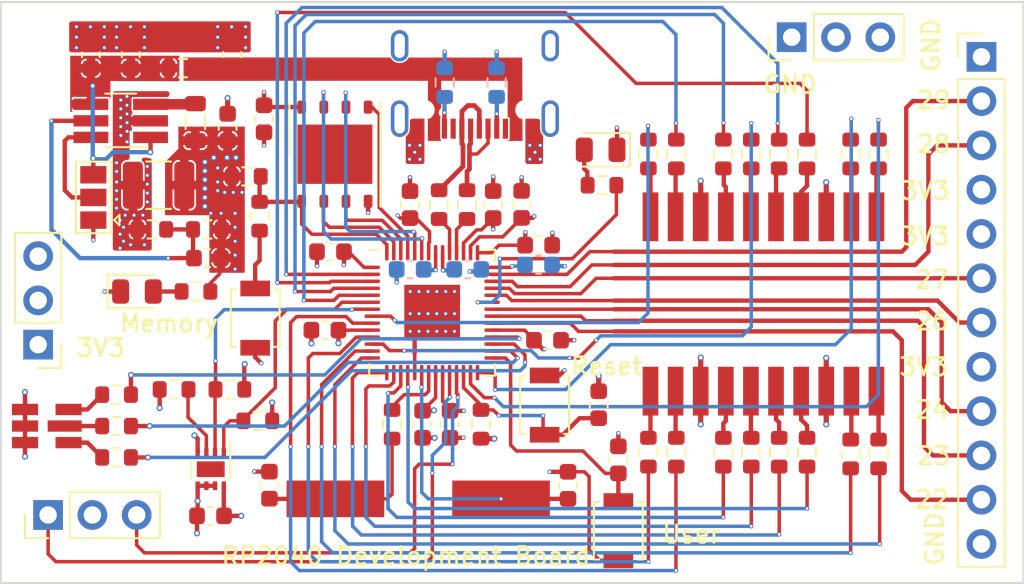
<source format=kicad_pcb>
(kicad_pcb (version 20221018) (generator pcbnew)
  (layers (0 "F.Cu" signal) (1 "In1.Cu" power "GND layer") (2 "In2.Cu" power "+3V3 layer") (31 "B.Cu" signal) (34 "B.Paste" user) (35 "F.Paste" user) (36 "B.SilkS" user "B.Silkscreen") (37 "F.SilkS" user "F.Silkscreen") (38 "B.Mask" user) (39 "F.Mask" user) (44 "Edge.Cuts" user))
  (net 0 "")
  (net 1 "/USBC and Power/VBUS")
  (net 2 "GND")
  (net 3 "/USBC and Power/+5V_FB")
  (net 4 "/USBC and Power/BCK_FB")
  (net 5 "+3V3")
  (net 6 "+1V1")
  (net 7 "Net-(C20-Pad1)")
  (net 8 "/Microcontroller/XIN")
  (net 9 "/Microcontroller/MCU_RUN")
  (net 10 "/Microcontroller/USER_BUTTON")
  (net 11 "/USBC and Power/LED_POW_A")
  (net 12 "Net-(D2-A)")
  (net 13 "Net-(D4-BA)")
  (net 14 "Net-(D4-GA)")
  (net 15 "Net-(D4-RA)")
  (net 16 "Net-(J1-CC1)")
  (net 17 "/Microcontroller/USB_P")
  (net 18 "/Microcontroller/USB_N")
  (net 20 "Net-(J1-CC2)")
  (net 22 "/Microcontroller/SWCLK")
  (net 23 "/Microcontroller/SWDIO")
  (net 24 "/Microcontroller/GPIO29")
  (net 25 "/Microcontroller/GPIO28")
  (net 26 "/Microcontroller/GPIO27")
  (net 27 "/Microcontroller/GPIO26")
  (net 28 "/Microcontroller/GPIO24")
  (net 29 "/Microcontroller/GPIO23")
  (net 30 "/Microcontroller/GPIO22")
  (net 31 "/USBC and Power/BCK_MODE")
  (net 32 "/USBC and Power/SW_NODE")
  (net 33 "/Microcontroller/QSPI_SS_N")
  (net 34 "Net-(R7-Pad1)")
  (net 35 "/Microcontroller/XOUT")
  (net 36 "/Microcontroller/USB_M_P")
  (net 37 "/Microcontroller/USB_M_N")
  (net 38 "/Microcontroller/I2C0_SCL")
  (net 39 "/Microcontroller/LED_B")
  (net 40 "/Microcontroller/LED_R")
  (net 41 "/Microcontroller/LED_G")
  (net 42 "Net-(U5-ALERT)")
  (net 43 "/Microcontroller/I2C0_SDA")
  (net 44 "/Microcontroller/display_A2")
  (net 45 "Net-(U4-a_2)")
  (net 46 "/Microcontroller/display_B2")
  (net 47 "Net-(U4-b_2)")
  (net 48 "/Microcontroller/display_C2")
  (net 49 "Net-(U4-c_2)")
  (net 50 "/Microcontroller/display_D2")
  (net 51 "Net-(U4-d_2)")
  (net 52 "/Microcontroller/display_E2")
  (net 53 "Net-(U4-e_2)")
  (net 54 "/Microcontroller/display_F2")
  (net 55 "Net-(U4-f_2)")
  (net 56 "/Microcontroller/display_G2")
  (net 57 "Net-(U4-g_2)")
  (net 58 "/Microcontroller/display_DP2")
  (net 59 "Net-(U4-DP_2)")
  (net 60 "Net-(U4-a_1)")
  (net 61 "/Microcontroller/display_A1")
  (net 62 "Net-(U4-b_1)")
  (net 63 "/Microcontroller/display_B1")
  (net 64 "Net-(U4-c_1)")
  (net 65 "/Microcontroller/display_C1")
  (net 66 "Net-(U4-d_1)")
  (net 67 "/Microcontroller/display_D1")
  (net 68 "Net-(U4-e_1)")
  (net 69 "/Microcontroller/display_E1")
  (net 70 "Net-(U4-f_1)")
  (net 71 "/Microcontroller/display_F1")
  (net 72 "Net-(U4-g_1)")
  (net 73 "/Microcontroller/display_G1")
  (net 74 "Net-(U4-DP1)")
  (net 75 "/Microcontroller/display_DP1")
  (net 76 "/Microcontroller/QSPI_SD1")
  (net 77 "/Microcontroller/QSPI_SCLK")
  (net 78 "/Microcontroller/QSPI_SD0")
  (net 79 "/Microcontroller/QSPI_SD3")
  (net 80 "/Microcontroller/QSPI_SD2")
  (net 81 "/Microcontroller/LED")
  (footprint "Capacitor_SMD:C_0603_1608Metric" (layer "F.Cu") (at 68.53467 39.500366 90)
    (fp_text reference "C1" hide)
    (fp_text value "100n" hide)
  )
  (footprint "Resistor_SMD:R_0603_1608Metric" (layer "F.Cu") (at 82 48.1 -90)
    (fp_text reference "R10" hide)
    (fp_text value "27.4" hide)
  )
  (footprint "Resistor_SMD:R_0603_1608Metric" (layer "F.Cu") (at 65.2 58.7 180)
    (fp_text reference "R16" hide)
    (fp_text value "5k" hide)
  )
  (footprint "Capacitor_SMD:C_0603_1608Metric" (layer "F.Cu") (at 86.106 50.43)
    (fp_text reference "C8" hide)
    (fp_text value "100n" hide)
  )
  (footprint "Capacitor_SMD:C_0603_1608Metric" (layer "F.Cu") (at 79.45 60.7 -90)
    (fp_text reference "C9" hide)
    (fp_text value "100n" hide)
  )
  (footprint "User_Footprint:7DIG_ACDC02-41SGWA-F01" (layer "F.Cu") (at 99 53.8)
    (fp_text reference "U4" hide)
    (fp_text value "ACDC02-41SGWA-F01" hide)
  )
  (footprint "Connector_PinHeader_2.54mm:PinHeader_1x03_P2.54mm_Vertical" (layer "F.Cu") (at 100.62 38.5 90)
    (fp_text reference "J4" hide)
    (fp_text value "Conn_01x03_Pin" hide)
  )
  (footprint "Resistor_SMD:R_0603_1608Metric" (layer "F.Cu") (at 92.4 62.3 -90)
    (fp_text reference "R33" hide)
    (fp_text value "5k" hide)
  )
  (footprint "Resistor_SMD:R_0603_1608Metric" (layer "F.Cu") (at 70.104 48.768 90)
    (fp_text reference "R7" hide)
    (fp_text value "1k" hide)
  )
  (footprint "Connector_PinHeader_2.54mm:PinHeader_1x03_P2.54mm_Vertical" (layer "F.Cu") (at 57.975 65.9 90)
    (fp_text reference "J2" hide)
    (fp_text value "Conn_01x03_Pin" hide)
  )
  (footprint "Capacitor_SMD:C_0603_1608Metric" (layer "F.Cu") (at 89.55 59.575 -90)
    (fp_text reference "C22" hide)
    (fp_text value "100n" hide)
  )
  (footprint "Resistor_SMD:R_0603_1608Metric" (layer "F.Cu") (at 70 60.5)
    (fp_text reference "R18" hide)
    (fp_text value "5k" hide)
  )
  (footprint "Package_SON:WSON-8-1EP_2x2mm_P0.5mm_EP0.9x1.6mm" (layer "F.Cu") (at 67.3 63.275 -90)
    (fp_text reference "U5" hide)
    (fp_text value "TMP1075DSGT" hide)
  )
  (footprint "Capacitor_SMD:C_0603_1608Metric" (layer "F.Cu") (at 87.79 64.2 90)
    (fp_text reference "C21" hide)
    (fp_text value "27p" hide)
  )
  (footprint "Capacitor_SMD:C_0603_1608Metric" (layer "F.Cu") (at 78.73 48.1 90)
    (fp_text reference "C15" hide)
    (fp_text value "100n" hide)
  )
  (footprint "LED_SMD:LED_0805_2012Metric" (layer "F.Cu") (at 89.662 44.958 180)
    (fp_text reference "D2" hide)
    (fp_text value "LED" hide)
  )
  (footprint "Capacitor_SMD:C_0603_1608Metric" (layer "F.Cu") (at 74.168 50.8 180)
    (fp_text reference "C12" hide)
    (fp_text value "100n" hide)
  )
  (footprint "Resistor_SMD:R_0603_1608Metric" (layer "F.Cu") (at 101.5 62.3 90)
    (fp_text reference "R24" hide)
    (fp_text value "5k" hide)
  )
  (footprint "Capacitor_SMD:C_0603_1608Metric" (layer "F.Cu") (at 60.427034 39.508404 90)
    (fp_text reference "C3" hide)
    (fp_text value "2u2" hide)
  )
  (footprint "Resistor_SMD:R_0603_1608Metric" (layer "F.Cu") (at 65.707054 40.27552 180)
    (fp_text reference "FB1" hide)
    (fp_text value "120R" hide)
  )
  (footprint "Resistor_SMD:R_0603_1608Metric" (layer "F.Cu") (at 61.9 60.8)
    (fp_text reference "R14" hide)
    (fp_text value "1k" hide)
  )
  (footprint "LED_SMD:LED_0805_2012Metric" (layer "F.Cu") (at 63.0705 53.086)
    (fp_text reference "D1" hide)
    (fp_text value "LED" hide)
  )
  (footprint "Resistor_SMD:R_0603_1608Metric" (layer "F.Cu") (at 82.8 60.7 -90)
    (fp_text reference "R11" hide)
    (fp_text value "1k" hide)
  )
  (footprint "Connector_PinHeader_2.54mm:PinHeader_1x12_P2.54mm_Vertical" (layer "F.Cu") (at 111.5 39.625)
    (fp_text reference "J3" hide)
    (fp_text value "Conn_01x12_Pin" hide)
  )
  (footprint "Resistor_SMD:R_0603_1608Metric" (layer "F.Cu") (at 105.6 45.2 -90)
    (fp_text reference "R26" hide)
    (fp_text value "5k" hide)
  )
  (footprint "Resistor_SMD:R_0603_1608Metric" (layer "F.Cu") (at 92.4 45.2 90)
    (fp_text reference "R31" hide)
    (fp_text value "5k" hide)
  )
  (footprint "Resistor_SMD:R_0603_1608Metric" (layer "F.Cu") (at 99.9 62.3 90)
    (fp_text reference "R25" hide)
    (fp_text value "5k" hide)
  )
  (footprint "Resistor_SMD:R_0603_1608Metric" (layer "F.Cu") (at 67.110863 49.523895 180)
    (fp_text reference "R3" hide)
    (fp_text value "887k" hide)
  )
  (footprint "Capacitor_SMD:C_0603_1608Metric" (layer "F.Cu") (at 83.5 48.1 90)
    (fp_text reference "C14" hide)
    (fp_text value "1u" hide)
  )
  (footprint "Button_Switch_SMD:SW_SPST_B3U-1000P" (layer "F.Cu") (at 86.45 59.6 90)
    (fp_text reference "SW1" hide)
    (fp_text value "SW_Push" hide)
  )
  (footprint "Resistor_SMD:R_0603_1608Metric" (layer "F.Cu") (at 80.4 48.1 -90)
    (fp_text reference "R9" hide)
    (fp_text value "27.4" hide)
  )
  (footprint "Capacitor_SMD:C_0603_1608Metric" (layer "F.Cu") (at 70.358 43.18 -90)
    (fp_text reference "C19" hide)
    (fp_text value "100n" hide)
  )
  (footprint "Resistor_SMD:R_0603_1608Metric" (layer "F.Cu") (at 96.7 62.3 -90)
    (fp_text reference "R27" hide)
    (fp_text value "5k" hide)
  )
  (footprint "Resistor_SMD:R_0603_1608Metric" (layer "F.Cu") (at 105.6 62.4 90)
    (fp_text reference "R20" hide)
    (fp_text value "5k" hide)
  )
  (footprint "User_Footprint:USBC_4105" (layer "F.Cu") (at 82.454 43.172 180)
    (fp_text reference "J1" hide)
    (fp_text value "USB4105" hide)
  )
  (footprint "Capacitor_SMD:C_0603_1608Metric" (layer "F.Cu") (at 81.026 60.7 -90)
    (fp_text reference "C16" hide)
    (fp_text value "100n" hide)
  )
  (footprint "Button_Switch_SMD:SW_SPST_B3U-1000P" (layer "F.Cu") (at 69.85 54.61 90)
    (fp_text reference "SW2" hide)
    (fp_text value "SW_Push" hide)
  )
  (footprint "User_Footprint:ABLS-12.000MHZ-B4-T" (layer "F.Cu") (at 79.2 64.8 180)
    (fp_text reference "Y1" hide)
    (fp_text value "ABLS-12.000MHZ-B4-T" hide)
  )
  (footprint "Capacitor_SMD:C_0603_1608Metric" (layer "F.Cu") (at 85.13 48.09 90)
    (fp_text reference "C13" hide)
    (fp_text value "1u" hide)
  )
  (footprint "Resistor_SMD:R_0603_1608Metric" (layer "F.Cu") (at 98.3 62.3 -90)
    (fp_text reference "R28" hide)
    (fp_text value "5k" hide)
  )
  (footprint "Package_SON:WSON-8-1EP_6x5mm_P1.27mm_EP3.4x4.3mm" (layer "F.Cu") (at 74.422 45.212 90)
    (fp_text reference "U2" hide)
    (fp_text value "W25Q128JV" hide)
  )
  (footprint "Resistor_SMD:R_0603_1608Metric" (layer "F.Cu") (at 66.454587 53.082905 180)
    (fp_text reference "R5" hide)
    (fp_text value "150" hide)
  )
  (footprint "Capacitor_SMD:C_0603_1608Metric" (layer "F.Cu") (at 73.85 55.3 180)
    (fp_text reference "C11" hide)
    (fp_text value "100n" hide)
  )
  (footprint "Resistor_SMD:R_0603_1608Metric" (layer "F.Cu") (at 89.7405 46.99)
    (fp_text reference "R12" hide)
    (fp_text value "1k" hide)
  )
  (footprint "Resistor_SMD:R_0603_1608Metric" (layer "F.Cu") (at 77.7 60.7 90)
    (fp_text reference "R8" hide)
    (fp_text value "1k" hide)
  )
  (footprint "Resistor_SMD:R_0603_1608Metric" (layer "F.Cu") (at 99.9 45.2 -90)
    (fp_text reference "R23" hide)
    (fp_text value "5k" hide)
  )
  (footprint "Capacitor_SMD:C_0603_1608Metric" (layer "F.Cu") (at 90.678 62.738 -90)
    (fp_text reference "C23" hide)
    (fp_text value "100n" hide)
  )
  (footprint "Connector_PinHeader_2.54mm:PinHeader_1x03_P2.54mm_Vertical" (layer "F.Cu") (at 57.404 56.134 180)
    (fp_text reference "J5" hide)
    (fp_text value "Conn_01x03_Pin" hide)
  )
  (footprint "Resistor_SMD:R_0603_1608Metric" (layer "F.Cu") (at 96.7 45.2 90)
    (fp_text reference "R29" hide)
    (fp_text value "5k" hide)
  )
  (footprint "Jumper:SolderJumper-3_P1.3mm_Open_Pad1.0x1.5mm" (layer "F.Cu") (at 60.5685 47.69 90)
    (fp_text reference "JP1" hide)
    (fp_text value "SolderJumper_3_Open" hide)
  )
  (footprint "Resistor_SMD:R_0603_1608Metric" (layer "F.Cu") (at 94 62.3 -90)
    (fp_text reference "R32" hide)
    (fp_text value "5k" hide)
  )
  (footprint "Capacitor_SMD:C_0603_1608Metric" (layer "F.Cu") (at 70.67 64.19 90)
    (fp_text reference "C20" hide)
    (fp_text value "27p" hide)
  )
  (footprint "Resistor_SMD:R_0603_1608Metric" (layer "F.Cu") (at 98.3 45.2 90)
    (fp_text reference "R34" hide)
    (fp_text value "5k" hide)
  )
  (footprint "Capacitor_SMD:C_0603_1608Metric" (layer "F.Cu") (at 67.29066 65.95 180)
    (fp_text reference "C24" hide)
    (fp_text value "10n" hide)
  )
  (footprint "Resistor_SMD:R_0603_1608Metric" (layer "F.Cu") (at 104 62.4 90)
    (fp_text reference "R19" hide)
    (fp_text value "5k" hide)
  )
  (footprint "Resistor_SMD:R_0603_1608Metric" (layer "F.Cu") (at 101.5 45.2 -90)
    (fp_text reference "R22" hide)
    (fp_text value "5k" hide)
  )
  (footprint "Resistor_SMD:R_0603_1608Metric" (layer "F.Cu") (at 68.4 58.7)
    (fp_text reference "R17" hide)
    (fp_text value "5k" hide)
  )
  (footprint "Package_TO_SOT_SMD:TSOT-23-6_HandSoldering" (layer "F.Cu") (at 62.139042 43.296396 180)
    (fp_text reference "U3" hide)
    (fp_text value "LTC3405" hide)
  )
  (footprint "Resistor_SMD:R_0603_1608Metric" (layer "F.Cu") (at 69.342 46.482)
    (fp_text reference "R6" hide)
    (fp_text value "10k" hide)
  )
  (footprint "Capacitor_SMD:C_0603_1608Metric" (layer "F.Cu") (at 86.614 55.88)
    (fp_text reference "C10" hide)
    (fp_text value "100n" hide)
  )
  (footprint "User_Footprint:RGB_ARGB1313HS-TR" (layer "F.Cu") (at 57.9 60.8 -90)
    (fp_text reference "D4" hide)
    (fp_text value "ARGB1313HS-TR" hide)
  )
  (footprint "Capacitor_SMD:C_0603_1608Metric" (layer "F.Cu") (at 68.269616 43.669512 90)
    (fp_text reference "C5" hide)
    (fp_text value "1u" hide)
  )
  (footprint "Resistor_SMD:R_0603_1608Metric" (layer "F.Cu") (at 63.919 49.523027 180)
    (fp_text reference "R4" hide)
    (fp_text value "280k" hide)
  )
  (footprint "Resistor_SMD:R_0603_1608Metric" (layer "F.Cu") (at 61.9 62.6)
    (fp_text reference "R15" hide)
    (fp_text value "1k" hide)
  )
  (footprint "Capacitor_SMD:C_1210_3225Metric" (layer "F.Cu") (at 64.311 46.99 180)
    (fp_text reference "C6" hide)
    (fp_text value "33u" hide)
  )
  (footprint "Package_DFN_QFN:QFN-56-1EP_7x7mm_P0.4mm_EP3.2x3.2mm" (layer "F.Cu") (at 80 54.3)
    (fp_text reference "U1" hide)
    (fp_text value "RP2040" hide)
  )
  (footprint "Resistor_SMD:R_0603_1608Metric" (layer "F.Cu") (at 104 45.2 -90)
    (fp_text reference "R21" hide)
    (fp_text value "5k" hide)
  )
  (footprint "Inductor_SMD:L_0805_2012Metric" (layer "F.Cu") (at 66.420072 43.372671 -90)
    (fp_text reference "L1" hide)
    (fp_text value "10u" hide)
  )
  (footprint "Resistor_SMD:R_0603_1608Metric" (layer "F.Cu") (at 61.9 59)
    (fp_text reference "R13" hide)
    (fp_text value "1k" hide)
  )
  (footprint "Resistor_SMD:R_0603_1608Metric" (layer "F.Cu") (at 94 45.2 90)
    (fp_text reference "R30" hide)
    (fp_text value "5k" hide)
  )
  (footprint "Capacitor_SMD:C_0603_1608Metric" (layer "F.Cu") (at 67.11408 51.169997 180)
    (fp_text reference "C4" hide)
    (fp_text value "2u2" hide)
  )
  (footprint "Capacitor_SMD:C_0603_1608Metric" (layer "F.Cu") (at 62.717053 39.505623 90)
    (fp_text reference "C2" hide)
    (fp_text value "100n" hide)
  )
  (footprint "Button_Switch_SMD:SW_SPST_B3U-1000P" (layer "F.Cu") (at 90.678 66.802 -90)
    (fp_text reference "SW3" hide)
    (fp_text value "SW_Push" hide)
  )
  (footprint "Resistor_SMD:R_0603_1608Metric" (layer "B.Cu") (at 80.717587 41.098048 -90)
    (fp_text reference "R2" hide)
    (fp_text value "5k1" hide)
  )
  (footprint "Capacitor_SMD:C_0603_1608Metric" (layer "B.Cu") (at 78.74 51.816 180)
    (fp_text reference "C7" hide)
    (fp_text value "100n" hide)
  )
  (footprint "Capacitor_SMD:C_0603_1608Metric" (layer "B.Cu") (at 82.042 51.816)
    (fp_text reference "C18" hide)
    (fp_text value "100n" hide)
  )
  (footprint "Resistor_SMD:R_0603_1608Metric" (layer "B.Cu") (at 83.696697 41.098048 -90)
    (fp_text reference "R1" hide)
    (fp_text value "5k1" hide)
  )
  (footprint "Capacitor_SMD:C_0603_1608Metric" (layer "B.Cu") (at 86.098907 51.562)
    (fp_text reference "C17" hide)
    (fp_text value "100n" hide)
  )
  (gr_rect (start 55.266 36.484) (end 113.9 69.8) (stroke (width 0.1)) (fill none) (layer "Edge.Cuts"))
  (gr_text "3V3" (at 59.5 56.9) (layer "F.SilkS") (effects (font (size 1 1) (thickness 0.16)) (justify left bottom)))
  (gr_text "24" (at 107.6 60.452) (layer "F.SilkS") (effects (font (size 1 1) (thickness 0.16)) (justify left bottom)))
  (gr_text "29" (at 107.7 42.7) (layer "F.SilkS") (effects (font (size 1 1) (thickness 0.16)) (justify left bottom)))
  (gr_text "28" (at 107.7 45.212) (layer "F.SilkS") (effects (font (size 1 1) (thickness 0.16)) (justify left bottom)))
  (gr_text "23" (at 107.7 63.1) (layer "F.SilkS") (effects (font (size 1 1) (thickness 0.16)) (justify left bottom)))
  (gr_text "3V3\n" (at 106.8 50.5) (layer "F.SilkS") (effects (font (size 1 1) (thickness 0.16)) (justify left bottom)))
  (gr_text "27" (at 107.6 53) (layer "F.SilkS") (effects (font (size 1 1) (thickness 0.16)) (justify left bottom)))
  (gr_text "GND" (at 109.4 68.9 90) (layer "F.SilkS") (effects (font (size 1 1) (thickness 0.16)) (justify left bottom)))
  (gr_text "Reset" (at 87.85 57.95) (layer "F.SilkS") (effects (font (size 1 1) (thickness 0.16)) (justify left bottom)))
  (gr_text "3V3\n" (at 106.7 58) (layer "F.SilkS") (effects (font (size 1 1) (thickness 0.16)) (justify left bottom)))
  (gr_text "GND" (at 109.2 40.6 90) (layer "F.SilkS") (effects (font (size 1 1) (thickness 0.16)) (justify left bottom)))
  (gr_text "User" (at 93.1 67.6) (layer "F.SilkS") (effects (font (size 1 1) (thickness 0.16)) (justify left bottom)))
  (gr_text "GND" (at 98.9 41.8) (layer "F.SilkS") (effects (font (size 1 1) (thickness 0.16)) (justify left bottom)))
  (gr_text "Memory" (at 62 55.5) (layer "F.SilkS") (effects (font (size 1 1) (thickness 0.16)) (justify left bottom)))
  (gr_text "26" (at 107.6 55.372) (layer "F.SilkS") (effects (font (size 1 1) (thickness 0.16)) (justify left bottom)))
  (gr_text "RP2040 Development Board " (at 67.818 68.834) (layer "F.SilkS") (effects (font (size 1 1) (thickness 0.16)) (justify left bottom)))
  (gr_text "3V3\n" (at 106.8 47.9) (layer "F.SilkS") (effects (font (size 1 1) (thickness 0.16)) (justify left bottom)))
  (gr_text "22" (at 107.6 65.6) (layer "F.SilkS") (effects (font (size 1 1) (thickness 0.16)) (justify left bottom)))
  (segment (start 78.994 55.306) (end 80 54.3) (width 0.25) (layer "F.Cu") (net 2))
  (segment (start 86.45 57.9) (end 87.295666 57.9) (width 0.2) (layer "F.Cu") (net 2))
  (segment (start 76.327 48.571934) (end 76.323434 48.5755) (width 0.2) (layer "F.Cu") (net 2))
  (segment (start 66.51566 66.153798) (end 66.55 66.119458) (width 0.25) (layer "F.Cu") (net 2))
  (segment (start 67.05 64.225) (end 67.55 64.225) (width 0.25) (layer "F.Cu") (net 2))
  (segment (start 69.85 56.31) (end 69.85 56.85) (width 0.25) (layer "F.Cu") (net 2))
  (segment (start 79 55.62) (end 79.248 55.372) (width 0.2) (layer "F.Cu") (net 2))
  (segment (start 95.4 48.8) (end 95.4 46.736) (width 0.3) (layer "F.Cu") (net 2))
  (segment (start 88.725 63.425) (end 87.79 63.425) (width 0.2) (layer "F.Cu") (net 2))
  (segment (start 69.815 63.415) (end 70.67 63.415) (width 0.25) (layer "F.Cu") (net 2))
  (segment (start 87.295666 57.9) (end 87.590083 57.605583) (width 0.25) (layer "F.Cu") (net 2))
  (segment (start 66.55 66.119458) (end 66.55 64.225) (width 0.25) (layer "F.Cu") (net 2))
  (segment (start 68.269616 42.894512) (end 68.269616 41.995252) (width 0.3) (layer "F.Cu") (net 2))
  (segment (start 66.55 61.521046) (end 66.364477 61.335523) (width 0.25) (layer "F.Cu") (net 2))
  (segment (start 102.6 60.706) (end 102.6 58.8) (width 0.3) (layer "F.Cu") (net 2))
  (segment (start 73.393 51.615795) (end 73.393 50.8) (width 0.25) (layer "F.Cu") (net 2))
  (segment (start 73.4 51.622795) (end 73.393 51.615795) (width 0.25) (layer "F.Cu") (net 2))
  (segment (start 62.133 53.086) (end 61.214 53.086) (width 0.25) (layer "F.Cu") (net 2))
  (segment (start 56.65 59.85) (end 56.65 60.8) (width 0.25) (layer "F.Cu") (net 2))
  (segment (start 102.6 48.8) (end 102.6 46.824969) (width 0.3) (layer "F.Cu") (net 2))
  (segment (start 73.075 55.3) (end 73.075 56.06) (width 0.25) (layer "F.Cu") (net 2))
  (segment (start 85.13 46.54) (end 85.13 47.315) (width 0.25) (layer "F.Cu") (net 2))
  (segment (start 66.51566 66.95) (end 66.51566 66.153798) (width 0.25) (layer "F.Cu") (net 2))
  (segment (start 89.55 57.93) (end 89.55 58.8) (width 0.3) (layer "F.Cu") (net 2))
  (segment (start 70.358 43.955) (end 70.358 44.704) (width 0.25) (layer "F.Cu") (net 2))
  (segment (start 95.4 58.8) (end 95.4 60.706) (width 0.3) (layer "F.Cu") (net 2))
  (segment (start 89.602 68.502) (end 89 67.9) (width 0.2) (layer "F.Cu") (net 2))
  (segment (start 66.55 62.325) (end 66.55 61.521046) (width 0.25) (layer "F.Cu") (net 2))
  (segment (start 90.678 68.502) (end 89.602 68.502) (width 0.2) (layer "F.Cu") (net 2))
  (segment (start 56.65 59.85) (end 56.65 58.85) (width 0.25) (layer "F.Cu") (net 2))
  (segment (start 80.135 61.475) (end 79.45 61.475) (width 0.25) (layer "F.Cu") (net 2))
  (segment (start 86.895 49.72) (end 86.895 50.43) (width 0.25) (layer "F.Cu") (net 2))
  (segment (start 102.6 46.824969) (end 102.596914 46.821883) (width 0.25) (layer "F.Cu") (net 2))
  (segment (start 78.994 56.642) (end 78.994 55.306) (width 0.25) (layer "F.Cu") (net 2))
  (segment (start 69.8 63.4) (end 69.815 63.415) (width 0.25) (layer "F.Cu") (net 2))
  (segment (start 86.74 63.425) (end 87.79 63.425) (width 0.25) (layer "F.Cu") (net 2))
  (segment (start 90.5995 43.688) (end 90.5995 44.958) (width 0.25) (layer "F.Cu") (net 2))
  (segment (start 56.65 60.8) (end 56.65 61.75) (width 0.25) (layer "F.Cu") (net 2))
  (segment (start 95.4 58.8) (end 95.4 56.875) (width 0.3) (layer "F.Cu") (net 2))
  (segment (start 78.73 46.540366) (end 78.731938 46.538428) (width 0.25) (layer "F.Cu") (net 2))
  (segment (start 87.389 55.88) (end 88.138 55.88) (width 0.25) (layer "F.Cu") (net 2))
  (segment (start 69.85 56.85) (end 70.2 57.2) (width 0.25) (layer "F.Cu") (net 2))
  (segment (start 78.73 47.325) (end 78.73 46.540366) (width 0.25) (layer "F.Cu") (net 2))
  (segment (start 89 63.7) (end 88.725 63.425) (width 0.2) (layer "F.Cu") (net 2))
  (segment (start 56.65 61.75) (end 56.65 62.55) (width 0.25) (layer "F.Cu") (net 2))
  (segment (start 102.6 56.896) (end 102.6 58.8) (width 0.3) (layer "F.Cu") (net 2))
  (segment (start 76.327 47.912) (end 76.327 48.571934) (width 0.25) (layer "F.Cu") (net 2))
  (segment (start 66.55 64.225) (end 67.05 64.225) (width 0.25) (layer "F.Cu") (net 2))
  (segment (start 90.678 61.963) (end 90.678 61.214) (width 0.25) (layer "F.Cu") (net 2))
  (segment (start 81.788 61.468) (end 81.781 61.475) (width 0.25) (layer "F.Cu") (net 2))
  (segment (start 89 67.9) (end 89 63.7) (width 0.2) (layer "F.Cu") (net 2))
  (segment (start 83.5 46.5) (end 83.5 47.325) (width 0.25) (layer "F.Cu") (net 2))
  (segment (start 60.5685 48.99) (end 60.5685 50.128755) (width 0.25) (layer "F.Cu") (net 2))
  (segment (start 81.781 61.475) (end 81.026 61.475) (width 0.25) (layer "F.Cu") (net 2))
  (segment (start 79 57.7375) (end 79 56.648) (width 0.2) (layer "F.Cu") (net 2))
  (segment (start 60.5685 50.128755) (end 60.560254 50.137001) (width 0.25) (layer "F.Cu") (net 2))
  (segment (start 80.14 61.48) (end 80.135 61.475) (width 0.25) (layer "F.Cu") (net 2))
  (segment (start 79 56.648) (end 78.994 56.642) (width 0.2) (layer "F.Cu") (net 2))
  (via (at 90.5995 43.688) (size 0.25) (drill 0.15) (layers "F.Cu" "B.Cu") (net 2))
  (via (at 82.15709 51.937136) (size 0.25) (drill 0.15) (layers "F.Cu" "B.Cu") (net 2))
  (via (at 85.9 45.1) (size 0.25) (drill 0.15) (layers "F.Cu" "B.Cu") (net 2))
  (via (at 76.323434 48.5755) (size 0.25) (drill 0.15) (layers "F.Cu" "B.Cu") (net 2))
  (via (at 63.665 46.422) (size 0.25) (drill 0.15) (layers "F.Cu" "B.Cu") (net 2))
  (via (at 56.65 62.55) (size 0.35) (drill 0.2) (layers "F.Cu" "B.Cu") (net 2))
  (via (at 61.9 46.2) (size 0.25) (drill 0.15) (layers "F.Cu" "B.Cu") (net 2))
  (via (at 80.264 53.086) (size 0.25) (drill 0.15) (layers "F.Cu" "B.Cu") (net 2))
  (via (at 61.2 37.9) (size 0.25) (drill 0.15) (layers "F.Cu" "B.Cu") (net 2))
  (via (at 79.3 44.7) (size 0.25) (drill 0.15) (layers "F.Cu" "B.Cu") (net 2))
  (via (at 73.075 56.06) (size 0.35) (drill 0.2) (layers "F.Cu" "B.Cu") (net 2))
  (via (at 67.7 39.1) (size 0.25) (drill 0.15) (layers "F.Cu" "B.Cu") (net 2))
  (via (at 95.4 46.736) (size 0.35) (drill 0.2) (layers "F.Cu" "B.Cu") (net 2))
  (via (at 89.55 57.93) (size 0.35) (drill 0.2) (layers "F.Cu" "B.Cu") (net 2))
  (via (at 62.395 48.708) (size 0.25) (drill 0.15) (layers "F.Cu" "B.Cu") (net 2))
  (via (at 80.772 54.356) (size 0.25) (drill 0.15) (layers "F.Cu" "B.Cu") (net 2))
  (via (at 67.7 37.9) (size 0.25) (drill 0.15) (layers "F.Cu" "B.Cu") (net 2))
  (via (at 78.7 45.5) (size 0.25) (drill 0.15) (layers "F.Cu" "B.Cu") (net 2))
  (via (at 83.5 46.5) (size 0.25) (drill 0.15) (layers "F.Cu" "B.Cu") (net 2))
  (via (at 62.5 43.9) (size 0.25) (drill 0.15) (layers "F.Cu" "B.Cu") (net 2))
  (via (at 86.74 63.425) (size 0.25) (drill 0.15) (layers "F.Cu" "B.Cu") (net 2))
  (via (at 69.3 39.1) (size 0.25) (drill 0.15) (layers "F.Cu" "B.Cu") (net 2))
  (via (at 81.28 54.356) (size 0.25) (drill 0.15) (layers "F.Cu" "B.Cu") (net 2))
  (via (at 59.6 38.5) (size 0.25) (drill 0.15) (layers "F.Cu" "B.Cu") (net 2))
  (via (at 83.695924 39.339377) (size 0.25) (drill 0.15) (layers "F.Cu" "B.Cu") (net 2))
  (via (at 78.731938 46.538428) (size 0.25) (drill 0.15) (layers "F.Cu" "B.Cu") (net 2))
  (via (at 62.141 43.628) (size 0.25) (drill 0.15) (layers "F.Cu" "B.Cu") (net 2))
  (via (at 62.141 43.12) (size 0.25) (drill 0.15) (layers "F.Cu" "B.Cu") (net 2))
  (via (at 63.411 48.708) (size 0.25) (drill 0.15) (layers "F.Cu" "B.Cu") (net 2))
  (via (at 61.2 39.1) (size 0.25) (drill 0.15) (layers "F.Cu" "B.Cu") (net 2))
  (via (at 85.6 44.7) (size 0.25) (drill 0.15) (layers "F.Cu" "B.Cu") (net 2))
  (via (at 62.5 44.5) (size 0.25) (drill 0.15) (layers "F.Cu" "B.Cu") (net 2))
  (via (at 80.14 61.48) (size 0.35) (drill 0.2) (layers "F.Cu" "B.Cu") (net 2))
  (via (at 66.51566 66.95) (size 0.35) (drill 0.2) (layers "F.Cu" "B.Cu") (net 2))
  (via (at 62.5 42.4) (size 0.25) (drill 0.15) (layers "F.Cu" "B.Cu") (net 2))
  (via (at 79.248 55.372) (size 0.25) (drill 0.15) (layers "F.Cu" "B.Cu") (net 2))
  (via (at 79.756 54.356) (size 0.25) (drill 0.15) (layers "F.Cu" "B.Cu") (net 2))
  (via (at 81.28 55.372) (size 0.25) (drill 0.15) (layers "F.Cu" "B.Cu") (net 2))
  (via (at 68.269616 41.995252) (size 0.35) (drill 0.2) (layers "F.Cu" "B.Cu") (net 2))
  (via (at 59.6 37.9) (size 0.25) (drill 0.15) (layers "F.Cu" "B.Cu") (net 2))
  (via (at 81.788 61.468) (size 0.25) (drill 0.15) (layers "F.Cu" "B.Cu") (net 2))
  (via (at 62.5 41.9) (size 0.25) (drill 0.15) (layers "F.Cu" "B.Cu") (net 2))
  (via (at 80.264 55.372) (size 0.25) (drill 0.15) (layers "F.Cu" "B.Cu") (net 2))
  (via (at 80.264 54.356) (size 0.25) (drill 0.15) (layers "F.Cu" "B.Cu") (net 2))
  (via (at 63.665 45.914) (size 0.25) (drill 0.15) (layers "F.Cu" "B.Cu") (net 2))
  (via (at 86.2 44.7) (size 0.25) (drill 0.15) (layers "F.Cu" "B.Cu") (net 2))
  (via (at 62.5 43.4) (size 0.25) (drill 0.15) (layers "F.Cu" "B.Cu") (net 2))
  (via (at 63.5 37.9) (size 0.25) (drill 0.15) (layers "F.Cu" "B.Cu") (net 2))
  (via (at 95.4 60.706) (size 0.35) (drill 0.2) (layers "F.Cu" "B.Cu") (net 2))
  (via (at 70.358 44.704) (size 0.25) (drill 0.15) (layers "F.Cu" "B.Cu") (net 2))
  (via (at 61.9 39.1) (size 0.25) (drill 0.15) (layers "F.Cu" "B.Cu") (net 2))
  (via (at 78.7 44.7) (size 0.25) (drill 0.15) (layers "F.Cu" "B.Cu") (net 2))
  (via (at 63.5 38.5) (size 0.25) (drill 0.15) (layers "F.Cu" "B.Cu") (net 2))
  (via (at 79.756 53.086) (size 0.25) (drill 0.15) (layers "F.Cu" "B.Cu") (net 2))
  (via (at 73.4 51.622795) (size 0.25) (drill 0.15) (layers "F.Cu" "B.Cu") (net 2))
  (via (at 61.9 38.5) (size 0.25) (drill 0.15) (layers "F.Cu" "B.Cu") (net 2))
  (via (at 63.665 47.438) (size 0.25) (drill 0.15) (layers "F.Cu" "B.Cu") (net 2))
  (via (at 87.607844 51.6295) (size 0.25) (drill 0.15) (layers "F.Cu" "B.Cu") (net 2))
  (via (at 63.665 47.946) (size 0.25) (drill 0.15) (layers "F.Cu" "B.Cu") (net 2))
  (via (at 81.28 53.086) (size 0.25) (drill 0.15) (layers "F.Cu" "B.Cu") (net 2))
  (via (at 79.248 54.356) (size 0.25) (drill 0.15) (layers "F.Cu" "B.Cu") (net 2))
  (via (at 70.2 57.2) (size 0.25) (drill 0.15) (layers "F.Cu" "B.Cu") (net 2))
  (via (at 79.3 45.5) (size 0.25) (drill 0.15) (layers "F.Cu" "B.Cu") (net 2))
  (via (at 62.1 49.8) (size 0.25) (drill 0.15) (layers "F.Cu" "B.Cu") (net 2))
  (via (at 61.9 37.9) (size 0.25) (drill 0.15) (layers "F.Cu" "B.Cu") (net 2))
  (via (at 62.141 42.612) (size 0.25) (drill 0.15) (layers "F.Cu" "B.Cu") (net 2))
  (via (at 85.6 45.5) (size 0.25) (drill 0.15) (layers "F.Cu" "B.Cu") (net 2))
  (via (at 79.248 53.086) (size 0.25) (drill 0.15) (layers "F.Cu" "B.Cu") (net 2))
  (via (at 66.364477 61.335523) (size 0.35) (drill 0.2) (layers "F.Cu" "B.Cu") (net 2))
  (via (at 85.13 46.54) (size 0.25) (drill 0.15) (layers "F.Cu" "B.Cu") (net 2))
  (via (at 63.665 46.93) (size 0.25) (drill 0.15) (layers "F.Cu" "B.Cu") (net 2))
  (via (at 102.6 60.706) (size 0.35) (drill 0.2) (layers "F.Cu" "B.Cu") (net 2))
  (via (at 62.3 49.4) (size 0.25) (drill 0.15) (layers "F.Cu" "B.Cu") (net 2))
  (via (at 102.596914 46.821883) (size 0.35) (drill 0.2) (layers "F.Cu" "B.Cu") (net 2))
  (via (at 86.895 49.72) (size 0.25) (drill 0.15) (layers "F.Cu" "B.Cu") (net 2))
  (via (at 78.74 55.372) (size 0.25) (drill 0.15) (layers "F.Cu" "B.Cu") (net 2))
  (via (at 62.7 50.4) (size 0.25) (drill 0.15) (layers "F.Cu" "B.Cu") (net 2))
  (via (at 61.9 46.8) (size 0.25) (drill 0.15) (layers "F.Cu" "B.Cu") (net 2))
  (via (at 62.903 48.708) (size 0.25) (drill 0.15) (layers "F.Cu" "B.Cu") (net 2))
  (via (at 62.7 37.9) (size 0.25) (drill 0.15) (layers "F.Cu" "B.Cu") (net 2))
  (via (at 62.141 44.136) (size 0.25) (drill 0.15) (layers "F.Cu" "B.Cu") (net 2))
  (via (at 77.965 52.565) (size 0.25) (drill 0.15) (layers "F.Cu" "B.Cu") (net 2))
  (via (at 62.141 42.104) (size 0.25) (drill 0.15) (layers "F.Cu" "B.Cu") (net 2))
  (via (at 56.65 58.85) (size 0.35) (drill 0.2) (layers "F.Cu" "B.Cu") (net 2))
  (via (at 95.4 56.875) (size 0.35) (drill 0.2) (layers "F.Cu" "B.Cu") (net 2))
  (via (at 78.74 54.356) (size 0.25) (drill 0.15) (layers "F.Cu" "B.Cu") (net 2))
  (via (at 63.5 39.1) (size 0.25) (drill 0.15) (layers "F.Cu" "B.Cu") (net 2))
  (via (at 61.9 48.3) (size 0.25) (drill 0.15) (layers "F.Cu" "B.Cu") (net 2))
  (via (at 61.2 38.5) (size 0.25) (drill 0.15) (layers "F.Cu" "B.Cu") (net 2))
  (via (at 62.1 49) (size 0.25) (drill 0.15) (layers "F.Cu" "B.Cu") (net 2))
  (via (at 88.138 55.88) (size 0.25) (drill 0.15) (layers "F.Cu" "B.Cu") (net 2))
  (via (at 78.74 53.086) (size 0.25) (drill 0.15) (layers "F.Cu" "B.Cu") (net 2))
  (via (at 79.756 55.372) (size 0.25) (drill 0.15) (layers "F.Cu" "B.Cu") (net 2))
  (via (at 69.8 63.4) (size 0.25) (drill 0.15) (layers "F.Cu" "B.Cu") (net 2))
  (via (at 90.678 61.214) (size 0.25) (drill 0.15) (layers "F.Cu" "B.Cu") (net 2))
  (via (at 80.772 53.086) (size 0.25) (drill 0.15) (layers "F.Cu" "B.Cu") (net 2))
  (via (at 67.7 38.5) (size 0.25) (drill 0.15) (layers "F.Cu" "B.Cu") (net 2))
  (via (at 61.9 47.3) (size 0.25) (drill 0.15) (layers "F.Cu" "B.Cu") (net 2))
  (via (at 79 45.1) (size 0.25) (drill 0.15) (layers "F.Cu" "B.Cu") (net 2))
  (via (at 61.214 53.086) (size 0.25) (drill 0.15) (layers "F.Cu" "B.Cu") (net 2))
  (via (at 86.2 45.5) (size 0.25) (drill 0.15) (layers "F.Cu" "B.Cu") (net 2))
  (via (at 59.6 39.1) (size 0.25) (drill 0.15) (layers "F.Cu" "B.Cu") (net 2))
  (via (at 61.9 47.8) (size 0.25) (drill 0.15) (layers "F.Cu" "B.Cu") (net 2))
  (via (at 62.3 50.2) (size 0.25) (drill 0.15) (layers "F.Cu" "B.Cu") (net 2))
  (via (at 61.9 45.7) (size 0.25) (drill 0.15) (layers "F.Cu" "B.Cu") (net 2))
  (via (at 68.5 37.9) (size 0.25) (drill 0.15) (layers "F.Cu" "B.Cu") (net 2))
  (via (at 69.3 37.9) (size 0.25) (drill 0.15) (layers "F.Cu" "B.Cu") (net 2))
  (via (at 69.3 38.5) (size 0.25) (drill 0.15) (layers "F.Cu" "B.Cu") (net 2))
  (via (at 66.55 65.1) (size 0.35) (drill 0.2) (layers "F.Cu" "B.Cu") (net 2))
  (via (at 102.6 56.896) (size 0.35) (drill 0.2) (layers "F.Cu" "B.Cu") (net 2))
  (via (at 80.723175 39.334276) (size 0.25) (drill 0.15) (layers "F.Cu" "B.Cu") (net 2))
  (via (at 62.1 50.6) (size 0.25) (drill 0.15) (layers "F.Cu" "B.Cu") (net 2))
  (via (at 87.590083 57.605583) (size 0.25) (drill 0.15) (layers "F.Cu" "B.Cu") (net 2))
  (via (at 60.560254 50.137001) (size 0.25) (drill 0.15) (layers "F.Cu" "B.Cu") (net 2))
  (via (at 80.772 55.372) (size 0.25) (drill 0.15) (layers "F.Cu" "B.Cu") (net 2))
  (via (at 60.4 37.9) (size 0.25) (drill 0.15) (layers "F.Cu" "B.Cu") (net 2))
  (via (at 63.5 50.4) (size 0.25) (drill 0.15) (layers "F.Cu" "B.Cu") (net 2))
  (via (at 62.5 42.9) (size 0.25) (drill 0.15) (layers "F.Cu" "B.Cu") (net 2))
  (segment (start 77.965 51.816) (end 77.965 52.565) (width 0.25) (layer "B.Cu") (net 2))
  (segment (start 80.717587 39.339864) (end 80.723175 39.334276) (width 0.2) (layer "B.Cu") (net 2))
  (segment (start 83.696697 39.34015) (end 83.695924 39.339377) (width 0.2) (layer "B.Cu") (net 2))
  (segment (start 82.15709 51.937136) (end 82.695864 51.937136) (width 0.25) (layer "B.Cu") (net 2))
  (segment (start 83.696697 40.273048) (end 83.696697 39.34015) (width 0.25) (layer "B.Cu") (net 2))
  (segment (start 80.717587 40.273048) (end 80.717587 39.339864) (width 0.25) (layer "B.Cu") (net 2))
  (segment (start 87.607844 51.6295) (end 86.979795 51.6295) (width 0.25) (layer "B.Cu") (net 2))
  (segment (start 82.695864 51.937136) (end 82.817 51.816) (width 0.25) (layer "B.Cu") (net 2))
  (segment (start 60.5685 46.39) (end 60.5685 45.463858) (width 0.25) (layer "F.Cu") (net 3))
  (segment (start 60.5685 45.463858) (end 60.554754 45.450112) (width 0.25) (layer "F.Cu") (net 3))
  (segment (start 63.849042 44.246396) (end 63.849042 45.077977) (width 0.25) (layer "F.Cu") (net 3))
  (segment (start 63.849042 45.077977) (end 63.83294 45.094079) (width 0.25) (layer "F.Cu") (net 3))
  (via (at 60.554754 45.450112) (size 0.35) (drill 0.2) (layers "F.Cu" "B.Cu") (net 3))
  (via (at 60.535121 41.290797) (size 0.35) (drill 0.2) (layers "F.Cu" "B.Cu") (net 3))
  (via (at 63.83294 45.094079) (size 0.35) (drill 0.2) (layers "F.Cu" "B.Cu") (net 3))
  (segment (start 60.535121 41.290797) (end 60.535121 45.430479) (width 0.25) (layer "B.Cu") (net 3))
  (segment (start 61.705921 45.094079) (end 61.3 45.5) (width 0.25) (layer "B.Cu") (net 3))
  (segment (start 60.604642 45.5) (end 60.554754 45.450112) (width 0.25) (layer "B.Cu") (net 3))
  (segment (start 63.83294 45.094079) (end 61.705921 45.094079) (width 0.25) (layer "B.Cu") (net 3))
  (segment (start 60.535121 45.430479) (end 60.554754 45.450112) (width 0.2) (layer "B.Cu") (net 3))
  (segment (start 61.3 45.5) (end 60.604642 45.5) (width 0.25) (layer "B.Cu") (net 3))
  (segment (start 66.285863 51.11678) (end 66.33908 51.169997) (width 0.25) (layer "F.Cu") (net 4))
  (segment (start 58.166 43.297514) (end 58.331615 43.297514) (width 0.25) (layer "F.Cu") (net 4))
  (segment (start 66.33908 51.169997) (end 64.860323 51.169997) (width 0.25) (layer "F.Cu") (net 4))
  (segment (start 66.285863 49.523895) (end 64.744868 49.523895) (width 0.25) (layer "F.Cu") (net 4))
  (segment (start 64.744868 49.523895) (end 64.744 49.523027) (width 0.25) (layer "F.Cu") (net 4))
  (segment (start 66.285863 49.523895) (end 66.285863 51.11678) (width 0.25) (layer "F.Cu") (net 4))
  (segment (start 58.332733 43.296396) (end 60.429042 43.296396) (width 0.25) (layer "F.Cu") (net 4))
  (segment (start 58.331615 43.297514) (end 58.332733 43.296396) (width 0.25) (layer "F.Cu") (net 4))
  (segment (start 64.860323 51.169997) (end 64.85866 51.17166) (width 0.25) (layer "F.Cu") (net 4))
  (via (at 58.166 43.297514) (size 0.25) (drill 0.15) (layers "F.Cu" "B.Cu") (net 4))
  (via (at 64.85866 51.17166) (size 0.25) (drill 0.15) (layers "F.Cu" "B.Cu") (net 4))
  (segment (start 58.166 43.297514) (end 58.166 49.53) (width 0.25) (layer "B.Cu") (net 4))
  (segment (start 59.80766 51.17166) (end 64.85866 51.17166) (width 0.25) (layer "B.Cu") (net 4))
  (segment (start 58.166 49.53) (end 59.80766 51.17166) (width 0.25) (layer "B.Cu") (net 4))
  (segment (start 74.625 56.05) (end 74.625 55.3) (width 0.25) (layer "F.Cu") (net 5))
  (segment (start 68.05 65.93434) (end 68.05 64.225) (width 0.25) (layer "F.Cu") (net 5))
  (segment (start 82.2 50.47) (end 82.72 49.95) (width 0.2) (layer "F.Cu") (net 5))
  (segment (start 85.839 55.88) (end 86.347 56.388) (width 0.25) (layer "F.Cu") (net 5))
  (segment (start 68.02 49.699) (end 67.945 49.624) (width 0.2) (layer "F.Cu") (net 5))
  (segment (start 70.825 60.5) (end 70.825 59.45) (width 0.25) (layer "F.Cu") (net 5))
  (segment (start 86.347 56.388) (end 86.4445 56.388) (width 0.25) (layer "F.Cu") (net 5))
  (segment (start 84.582 51.6295) (end 84.5115 51.7) (width 0.2) (layer "F.Cu") (net 5))
  (segment (start 84.5115 51.7) (end 83.4375 51.7) (width 0.2) (layer "F.Cu") (net 5))
  (segment (start 69.05 65.95) (end 68.06566 65.95) (width 0.25) (layer "F.Cu") (net 5))
  (segment (start 76.5625 51.7) (end 76.097 51.7) (width 0.2) (layer "F.Cu") (net 5))
  (segment (start 80.075 59.925) (end 80.1 59.9) (width 0.2) (layer "F.Cu") (net 5))
  (segment (start 67.818 52.07) (end 67.818 51.241077) (width 0.2) (layer "F.Cu") (net 5))
  (segment (start 69.225 57.275) (end 69.225 58.7) (width 0.25) (layer "F.Cu") (net 5))
  (segment (start 80.197276 51.852129) (end 80.2 51.849405) (width 0.2) (layer "F.Cu") (net 5))
  (segment (start 83.83 50.43) (end 85.355 50.43) (width 0.2) (layer "F.Cu") (net 5))
  (segment (start 82.2 50.8625) (end 82.2 50.47) (width 0.2) (layer "F.Cu") (net 5))
  (segment (start 69.25 57.25) (end 69.225 57.275) (width 0.25) (layer "F.Cu") (net 5))
  (segment (start 70.228019 42.506204) (end 72.511204 42.506204) (width 0.25) (layer "F.Cu") (net 5))
  (segment (start 76.097 51.7) (end 74.943 50.546) (width 0.2) (layer "F.Cu") (net 5))
  (segment (start 67.279587 52.608413) (end 67.818 52.07) (width 0.2) (layer "F.Cu") (net 5))
  (segment (start 74.943 51.549) (end 74.93 51.562) (width 0.2) (layer "F.Cu") (net 5))
  (segment (start 64.375 58.7) (end 64.375 59.760346) (width 0.25) (layer "F.Cu") (net 5))
  (segment (start 80.6 51.849633) (end 80.617941 51.867574) (width 0.2) (layer "F.Cu") (net 5))
  (segment (start 74.943 50.8) (end 74.943 51.549) (width 0.25) (layer "F.Cu") (net 5))
  (segment (start 64.375 59.760346) (end 64.372134 59.763212) (width 0.25) (layer "F.Cu") (net 5))
  (segment (start 72.511204 42.506204) (end 72.517 42.512) (width 0.2) (layer "F.Cu") (net 5))
  (segment (start 85.300612 55.3) (end 85.625905 55.625293) (width 0.2) (layer "F.Cu") (net 5))
  (segment (start 83.56 61.525) (end 82.8 61.525) (width 0.3) (layer "F.Cu") (net 5))
  (segment (start 85.755 48.865) (end 85.852 48.768) (width 0.25) (layer "F.Cu") (net 5))
  (segment (start 67.947794 49.535826) (end 67.935863 49.523895) (width 0.2) (layer "F.Cu") (net 5))
  (segment (start 84.045 49.95) (end 85.13 48.865) (width 0.2) (layer "F.Cu") (net 5))
  (segment (start 83.4375 55.3) (end 85.300612 55.3) (width 0.2) (layer "F.Cu") (net 5))
  (segment (start 82.72 49.95) (end 84.045 49.95) (width 0.2) (layer "F.Cu") (net 5))
  (segment (start 70.358 42.405) (end 70.358 41.656) (width 0.25) (layer "F.Cu") (net 5))
  (segment (start 85.345 50.43) (end 85.345 49.685) (width 0.25) (layer "F.Cu") (net 5))
  (segment (start 83.3975 50.8625) (end 83.83 50.43) (width 0.2) (layer "F.Cu") (net 5))
  (segment (start 76.5625 55.3) (end 74.625 55.3) (width 0.2) (layer "F.Cu") (net 5))
  (segment (start 85.345 49.685) (end 85.35 49.68) (width 0.2) (layer "F.Cu") (net 5))
  (segment (start 82.6 50.8625) (end 83.3975 50.8625) (width 0.2) (layer "F.Cu") (net 5))
  (segment (start 80.2 59.175) (end 80.2 57.7375) (width 0.2) (layer "F.Cu") (net 5))
  (segment (start 80.2 51.849405) (end 80.2 50.8625) (width 0.2) (layer "F.Cu") (net 5))
  (segment (start 79.45 59.925) (end 80.075 59.925) (width 0.25) (layer "F.Cu") (net 5))
  (segment (start 85.625905 55.625293) (end 85.625905 55.626) (width 0.2) (layer "F.Cu") (net 5))
  (segment (start 67.818 51.241077) (end 67.88908 51.169997) (width 0.2) (layer "F.Cu") (net 5))
  (segment (start 67.279587 53.082905) (end 67.279587 52.608413) (width 0.2) (layer "F.Cu") (net 5))
  (segment (start 85.13 48.865) (end 85.755 48.865) (width 0.25) (layer "F.Cu") (net 5))
  (segment (start 79.45 59.925) (end 80.2 59.175) (width 0.2) (layer "F.Cu") (net 5))
  (segment (start 80.6 50.8625) (end 80.6 51.849633) (width 0.2) (layer "F.Cu") (net 5))
  (via (at 80.617941 51.867574) (size 0.25) (drill 0.15) (layers "F.Cu" "B.Cu") (net 5))
  (via (at 68.745 45.406) (size 0.35) (drill 0.2) (layers "F.Cu" "B.Cu") (net 5))
  (via (at 67.7 46.8) (size 0.25) (drill 0.15) (layers "F.Cu" "B.Cu") (net 5))
  (via (at 67.7 46) (size 0.25) (drill 0.15) (layers "F.Cu" "B.Cu") (net 5))
  (via (at 83.56 61.525) (size 0.35) (drill 0.2) (layers "F.Cu" "B.Cu") (net 5))
  (via (at 84.582 51.6295) (size 0.25) (drill 0.15) (layers "F.Cu" "B.Cu") (net 5))
  (via (at 68.7 49.4) (size 0.25) (drill 0.15) (layers "F.Cu" "B.Cu") (net 5))
  (via (at 86.4445 56.388) (size 0.25) (drill 0.15) (layers "F.Cu" "B.Cu") (net 5))
  (via (at 66.967 47.184) (size 0.35) (drill 0.2) (layers "F.Cu" "B.Cu") (net 5))
  (via (at 80.197276 51.852129) (size 0.25) (drill 0.15) (layers "F.Cu" "B.Cu") (net 5))
  (via (at 67.3 48.6) (size 0.25) (drill 0.15) (layers "F.Cu" "B.Cu") (net 5))
  (via (at 70.358 41.656) (size 0.25) (drill 0.15) (layers "F.Cu" "B.Cu") (net 5))
  (via (at 66.967 46.676) (size 0.35) (drill 0.2) (layers "F.Cu" "B.Cu") (net 5))
  (via (at 68.237 45.406) (size 0.35) (drill 0.2) (layers "F.Cu" "B.Cu") (net 5))
  (via (at 68.7 48.6) (size 0.25) (drill 0.15) (layers "F.Cu" "B.Cu") (net 5))
  (via (at 66.967 45.66) (size 0.35) (drill 0.2) (layers "F.Cu" "B.Cu") (net 5))
  (via (at 68.1 47.4) (size 0.25) (drill 0.15) (layers "F.Cu" "B.Cu") (net 5))
  (via (at 69.05 65.95) (size 0.35) (drill 0.2) (layers "F.Cu" "B.Cu") (net 5))
  (via (at 74.93 51.562) (size 0.25) (drill 0.15) (layers "F.Cu" "B.Cu") (net 5))
  (via (at 68.7 50.2) (size 0.25) (drill 0.15) (layers "F.Cu" "B.Cu") (net 5))
  (via (at 85.35 49.68) (size 0.25) (drill 0.15) (layers "F.Cu" "B.Cu") (net 5))
  (via (at 66.967 46.168) (size 0.35) (drill 0.2) (layers "F.Cu" "B.Cu") (net 5))
  (via (at 68.7 51) (size 0.25) (drill 0.15) (layers "F.Cu" "B.Cu") (net 5))
  (via (at 67.475 45.406) (size 0.35) (drill 0.2) (layers "F.Cu" "B.Cu") (net 5))
  (via (at 67.7 47.3) (size 0.25) (drill 0.15) (layers "F.Cu" "B.Cu") (net 5))
  (via (at 64.372134 59.763212) (size 0.35) (drill 0.2) (layers "F.Cu" "B.Cu") (net 5))
  (via (at 66.967 47.692) (size 0.35) (drill 0.2) (layers "F.Cu" "B.Cu") (net 5))
  (via (at 69.25 57.25) (size 0.35) (drill 0.2) (layers "F.Cu" "B.Cu") (net 5))
  (via (at 80.1 59.9) (size 0.35) (drill 0.2) (layers "F.Cu" "B.Cu") (net 5))
  (via (at 85.852 48.768) (size 0.25) (drill 0.15) (layers "F.Cu" "B.Cu") (net 5))
  (via (at 70.825 59.45) (size 0.35) (drill 0.2) (layers "F.Cu" "B.Cu") (net 5))
  (via (at 66.967 48.2) (size 0.35) (drill 0.2) (layers "F.Cu" "B.Cu") (net 5))
  (via (at 74.625 56.05) (size 0.35) (drill 0.2) (layers "F.Cu" "B.Cu") (net 5))
  (via (at 69.1 47.4) (size 0.25) (drill 0.15) (layers "F.Cu" "B.Cu") (net 5))
  (via (at 68.7 51.8) (size 0.25) (drill 0.15) (layers "F.Cu" "B.Cu") (net 5))
  (via (at 67.9 48.6) (size 0.25) (drill 0.15) (layers "F.Cu" "B.Cu") (net 5))
  (via (at 68.6 47.4) (size 0.25) (drill 0.15) (layers "F.Cu" "B.Cu") (net 5))
  (segment (start 85.256407 51.6295) (end 85.323907 51.562) (width 0.2) (layer "B.Cu") (net 5))
  (segment (start 80.617941 51.867574) (end 81.215426 51.867574) (width 0.25) (layer "B.Cu") (net 5))
  (segment (start 81.215426 51.867574) (end 81.267 51.816) (width 0.2) (layer "B.Cu") (net 5))
  (segment (start 84.582 51.6295) (end 85.256407 51.6295) (width 0.2) (layer "B.Cu") (net 5))
  (segment (start 80.197276 51.852129) (end 79.551129 51.852129) (width 0.25) (layer "B.Cu") (net 5))
  (segment (start 81.815948 59.925948) (end 81.815 59.925) (width 0.2) (layer "F.Cu") (net 6))
  (segment (start 78.73 48.875) (end 78.172392 48.875) (width 0.2) (layer "F.Cu") (net 6))
  (segment (start 81.8 50.8625) (end 81.8 50.304314) (width 0.2) (layer "F.Cu") (net 6))
  (segment (start 79.8495 50.2425) (end 79.8495 49.653613) (width 0.2) (layer "F.Cu") (net 6))
  (segment (start 83.5 48.875) (end 83.5 49.5155) (width 0.25) (layer "F.Cu") (net 6))
  (segment (start 81.15 59.925) (end 80.6 59.375) (width 0.2) (layer "F.Cu") (net 6))
  (segment (start 78.73 48.875) (end 79.101 48.875) (width 0.2) (layer "F.Cu") (net 6))
  (segment (start 79.8495 49.653613) (end 79.082538 48.886651) (width 0.2) (layer "F.Cu") (net 6))
  (segment (start 81.8 50.304314) (end 82.554314 49.55) (width 0.2) (layer "F.Cu") (net 6))
  (segment (start 79.8 50.8625) (end 79.8 50.292) (width 0.2) (layer "F.Cu") (net 6))
  (segment (start 79.082538 48.886651) (end 79.082538 48.875) (width 0.2) (layer "F.Cu") (net 6))
  (segment (start 82.825 49.55) (end 83.5 48.875) (width 0.2) (layer "F.Cu") (net 6))
  (segment (start 81.816294 59.925948) (end 81.815948 59.925948) (width 0.2) (layer "F.Cu") (net 6))
  (segment (start 81.15 59.925) (end 81.815 59.925) (width 0.25) (layer "F.Cu") (net 6))
  (segment (start 78.172392 48.875) (end 78.021696 48.724304) (width 0.2) (layer "F.Cu") (net 6))
  (segment (start 82.554314 49.55) (end 82.825 49.55) (width 0.2) (layer "F.Cu") (net 6))
  (segment (start 80.6 59.375) (end 80.6 57.7375) (width 0.2) (layer "F.Cu") (net 6))
  (segment (start 79.8 50.292) (end 79.8495 50.2425) (width 0.2) (layer "F.Cu") (net 6))
  (via (at 83.5 49.5155) (size 0.25) (drill 0.15) (layers "F.Cu" "B.Cu") (net 6))
  (via (at 78.021696 48.724304) (size 0.25) (drill 0.15) (layers "F.Cu" "B.Cu") (net 6))
  (via (at 81.816294 59.925948) (size 0.25) (drill 0.15) (layers "F.Cu" "B.Cu") (net 6))
  (segment (start 77.7 64.7) (end 77.7 61.525) (width 0.2) (layer "F.Cu") (net 7))
  (segment (start 70.68 64.975) (end 74.45 64.975) (width 0.25) (layer "F.Cu") (net 7))
  (segment (start 70.67 64.965) (end 70.68 64.975) (width 0.25) (layer "F.Cu") (net 7))
  (segment (start 74.45 64.975) (end 77.425 64.975) (width 0.2) (layer "F.Cu") (net 7))
  (segment (start 77.425 64.975) (end 77.7 64.7) (width 0.2) (layer "F.Cu") (net 7))
  (segment (start 87.79 64.975) (end 83.95 64.975) (width 0.25) (layer "F.Cu") (net 8))
  (segment (start 79.3755 58.5755) (end 79.4 58.551) (width 0.2) (layer "F.Cu") (net 8))
  (segment (start 79.4 58.551) (end 79.4 57.7375) (width 0.2) (layer "F.Cu") (net 8))
  (via (at 83.95 64.975) (size 0.25) (drill 0.15) (layers "F.Cu" "B.Cu") (net 8))
  (via (at 79.3755 58.5755) (size 0.25) (drill 0.15) (layers "F.Cu" "B.Cu") (net 8))
  (segment (start 79.775 64.975) (end 83.95 64.975) (width 0.2) (layer "B.Cu") (net 8))
  (segment (start 79.399833 58.599833) (end 79.399833 64.599833) (width 0.2) (layer "B.Cu") (net 8))
  (segment (start 79.399833 64.599833) (end 79.775 64.975) (width 0.2) (layer "B.Cu") (net 8))
  (segment (start 79.3755 58.5755) (end 79.399833 58.599833) (width 0.2) (layer "B.Cu") (net 8))
  (segment (start 88.45 60.35) (end 89.55 60.35) (width 0.25) (layer "F.Cu") (net 9))
  (segment (start 86.36 60.198) (end 86.36 61.21) (width 0.2) (layer "F.Cu") (net 9))
  (segment (start 82.8 59.875) (end 83.497 59.875) (width 0.2) (layer "F.Cu") (net 9))
  (segment (start 82.8 59.6) (end 82.8 59.875) (width 0.2) (layer "F.Cu") (net 9))
  (segment (start 81.8 58.6) (end 82.8 59.6) (width 0.2) (layer "F.Cu") (net 9))
  (segment (start 83.497 59.875) (end 83.82 60.198) (width 0.2) (layer "F.Cu") (net 9))
  (segment (start 86.36 61.21) (end 86.45 61.3) (width 0.2) (layer "F.Cu") (net 9))
  (segment (start 87.5 61.3) (end 88.45 60.35) (width 0.25) (layer "F.Cu") (net 9))
  (segment (start 81.8 57.7375) (end 81.8 58.6) (width 0.2) (layer "F.Cu") (net 9))
  (segment (start 86.45 61.3) (end 87.5 61.3) (width 0.25) (layer "F.Cu") (net 9))
  (via (at 86.36 60.198) (size 0.25) (drill 0.15) (layers "F.Cu" "B.Cu") (net 9))
  (via (at 83.82 60.198) (size 0.25) (drill 0.15) (layers "F.Cu" "B.Cu") (net 9))
  (segment (start 83.82 60.198) (end 86.36 60.198) (width 0.2) (layer "B.Cu") (net 9))
  (segment (start 90.678 65.102) (end 90.678 63.513) (width 0.25) (layer "F.Cu") (net 10))
  (segment (start 84.5 57.2) (end 84.5 61.894) (width 0.2) (layer "F.Cu") (net 10))
  (segment (start 84.5 61.894) (end 84.836 62.23) (width 0.2) (layer "F.Cu") (net 10))
  (segment (start 88.646 62.23) (end 89.929 63.513) (width 0.2) (layer "F.Cu") (net 10))
  (segment (start 83.4375 56.9) (end 84.2 56.9) (width 0.2) (layer "F.Cu") (net 10))
  (segment (start 84.2 56.9) (end 84.5 57.2) (width 0.2) (layer "F.Cu") (net 10))
  (segment (start 89.929 63.513) (end 90.678 63.513) (width 0.2) (layer "F.Cu") (net 10))
  (segment (start 84.836 62.23) (end 88.646 62.23) (width 0.2) (layer "F.Cu") (net 10))
  (segment (start 64.008 53.086) (end 65.626492 53.086) (width 0.25) (layer "F.Cu") (net 11))
  (segment (start 65.626492 53.086) (end 65.629587 53.082905) (width 0.25) (layer "F.Cu") (net 11))
  (segment (start 88.9 46.9745) (end 88.9155 46.99) (width 0.25) (layer "F.Cu") (net 12))
  (segment (start 88.7245 46.0525) (end 88.9 46.228) (width 0.25) (layer "F.Cu") (net 12))
  (segment (start 88.9 46.228) (end 88.9 46.9745) (width 0.25) (layer "F.Cu") (net 12))
  (segment (start 88.7245 44.958) (end 88.7245 46.0525) (width 0.25) (layer "F.Cu") (net 12))
  (segment (start 59.15 61.75) (end 60.225 61.75) (width 0.25) (layer "F.Cu") (net 13))
  (segment (start 60.225 61.75) (end 61.075 62.6) (width 0.25) (layer "F.Cu") (net 13))
  (segment (start 58.925 60.8) (end 61.075 60.8) (width 0.25) (layer "F.Cu") (net 14))
  (segment (start 59.15 59.85) (end 60.225 59.85) (width 0.25) (layer "F.Cu") (net 15))
  (segment (start 60.225 59.85) (end 61.075 59) (width 0.25) (layer "F.Cu") (net 15))
  (segment (start 83.704 42.891669) (end 83.707143 42.888526) (width 0.2) (layer "F.Cu") (net 16))
  (segment (start 83.704 43.747) (end 83.704 42.891669) (width 0.25) (layer "F.Cu") (net 16))
  (via (at 83.707143 42.888526) (size 0.25) (drill 0.15) (layers "F.Cu" "B.Cu") (net 16))
  (segment (start 83.707143 41.933494) (end 83.696697 41.923048) (width 0.2) (layer "B.Cu") (net 16))
  (segment (start 83.707143 42.888526) (end 83.707143 41.933494) (width 0.25) (layer "B.Cu") (net 16))
  (segment (start 81.704 44.609501) (end 81.769 44.674501) (width 0.27) (layer "F.Cu") (net 17))
  (segment (start 81.769 44.674501) (end 81.769 45.906) (width 0.27) (layer "F.Cu") (net 17))
  (segment (start 81.704 43.747) (end 81.704 44.609501) (width 0.27) (layer "F.Cu") (net 17))
  (segment (start 81.704 42.756) (end 82.042 42.418) (width 0.27) (layer "F.Cu") (net 17))
  (segment (start 82.40992 42.418) (end 82.704 42.71208) (width 0.27) (layer "F.Cu") (net 17))
  (segment (start 82.042 42.418) (end 82.40992 42.418) (width 0.27) (layer "F.Cu") (net 17))
  (segment (start 82.704 42.71208) (end 82.704 43.747) (width 0.27) (layer "F.Cu") (net 17))
  (segment (start 81.704 43.747) (end 81.704 42.756) (width 0.27) (layer "F.Cu") (net 17))
  (segment (start 81.769 45.906) (end 80.4 47.275) (width 0.27) (layer "F.Cu") (net 17))
  (segment (start 83.204 44.572) (end 82.576 45.2) (width 0.2) (layer "F.Cu") (net 18))
  (segment (start 82.139 46.05926) (end 82 46.19826) (width 0.27) (layer "F.Cu") (net 18))
  (segment (start 82.139 44.674501) (end 82.139 46.05926) (width 0.27) (layer "F.Cu") (net 18))
  (segment (start 82.576 45.2) (end 82.204 45.2) (width 0.2) (layer "F.Cu") (net 18))
  (segment (start 82.204 43.747) (end 82.204 44.609501) (width 0.27) (layer "F.Cu") (net 18))
  (segment (start 83.204 43.747) (end 83.204 44.572) (width 0.2) (layer "F.Cu") (net 18))
  (segment (start 82.204 44.609501) (end 82.139 44.674501) (width 0.27) (layer "F.Cu") (net 18))
  (segment (start 82 46.19826) (end 82 47.275) (width 0.27) (layer "F.Cu") (net 18))
  (segment (start 80.704 42.829943) (end 80.706094 42.827849) (width 0.2) (layer "F.Cu") (net 20))
  (segment (start 80.704 43.747) (end 80.704 42.829943) (width 0.25) (layer "F.Cu") (net 20))
  (via (at 80.706094 42.827849) (size 0.25) (drill 0.15) (layers "F.Cu" "B.Cu") (net 20))
  (segment (start 80.706094 42.827849) (end 80.706094 41.934541) (width 0.25) (layer "B.Cu") (net 20))
  (segment (start 80.706094 41.934541) (end 80.717587 41.923048) (width 0.2) (layer "B.Cu") (net 20))
  (segment (start 80.01 68.29) (end 79.72 68.58) (width 0.2) (layer "F.Cu") (net 22))
  (segment (start 79.72 68.58) (end 58.42 68.58) (width 0.2) (layer "F.Cu") (net 22))
  (segment (start 81 59.126) (end 81 57.7375) (width 0.2) (layer "F.Cu") (net 22))
  (segment (start 57.975 68.135) (end 57.975 65.9) (width 0.2) (layer "F.Cu") (net 22))
  (segment (start 58.42 68.58) (end 57.975 68.135) (width 0.2) (layer "F.Cu") (net 22))
  (segment (start 81.0245 59.1505) (end 81 59.126) (width 0.2) (layer "F.Cu") (net 22))
  (segment (start 80.01 63.5) (end 80.01 68.29) (width 0.2) (layer "F.Cu") (net 22))
  (via (at 81.0245 59.1505) (size 0.25) (drill 0.15) (layers "F.Cu" "B.Cu") (net 22))
  (via (at 80.01 63.5) (size 0.25) (drill 0.15) (layers "F.Cu" "B.Cu") (net 22))
  (segment (start 80.772 59.403) (end 80.772 61.722) (width 0.2) (layer "B.Cu") (net 22))
  (segment (start 81.0245 59.1505) (end 80.772 59.403) (width 0.2) (layer "B.Cu") (net 22))
  (segment (start 80.772 61.722) (end 80.01 62.484) (width 0.2) (layer "B.Cu") (net 22))
  (segment (start 80.01 62.484) (end 80.01 63.5) (width 0.2) (layer "B.Cu") (net 22))
  (segment (start 81.473782 59.164592) (end 81.473782 58.998741) (width 0.2) (layer "F.Cu") (net 23))
  (segment (start 79.253099 62.986901) (end 78.994 63.246) (width 0.2) (layer "F.Cu") (net 23))
  (segment (start 78.994 63.246) (end 78.994 67.818) (width 0.2) (layer "F.Cu") (net 23))
  (segment (start 78.74 68.072) (end 63.5 68.072) (width 0.2) (layer "F.Cu") (net 23))
  (segment (start 81.170428 62.986901) (end 79.253099 62.986901) (width 0.2) (layer "F.Cu") (net 23))
  (segment (start 81.473782 58.998741) (end 81.4 58.924959) (width 0.2) (layer "F.Cu") (net 23))
  (segment (start 63.055 67.627) (end 63.055 65.9) (width 0.2) (layer "F.Cu") (net 23))
  (segment (start 63.5 68.072) (end 63.055 67.627) (width 0.2) (layer "F.Cu") (net 23))
  (segment (start 78.994 67.818) (end 78.74 68.072) (width 0.2) (layer "F.Cu") (net 23))
  (segment (start 81.4 58.924959) (end 81.4 57.7375) (width 0.2) (layer "F.Cu") (net 23))
  (via (at 81.170428 62.986901) (size 0.25) (drill 0.15) (layers "F.Cu" "B.Cu") (net 23))
  (via (at 81.473782 59.164592) (size 0.25) (drill 0.15) (layers "F.Cu" "B.Cu") (net 23))
  (segment (start 81.473782 59.675177) (end 81.473782 59.164592) (width 0.2) (layer "B.Cu") (net 23))
  (segment (start 81.170428 62.085572) (end 81.172 62.084) (width 0.2) (layer "B.Cu") (net 23))
  (segment (start 81.170428 62.986901) (end 81.170428 62.085572) (width 0.2) (layer "B.Cu") (net 23))
  (segment (start 81.172 59.976959) (end 81.473782 59.675177) (width 0.2) (layer "B.Cu") (net 23))
  (segment (start 81.172 62.084) (end 81.172 59.976959) (width 0.2) (layer "B.Cu") (net 23))
  (segment (start 106.934 50.8) (end 107.188 50.546) (width 0.25) (layer "F.Cu") (net 24))
  (segment (start 89.038385 50.8) (end 89.350314 50.8) (width 0.2) (layer "F.Cu") (net 24))
  (segment (start 107.188 42.545) (end 107.568 42.165) (width 0.25) (layer "F.Cu") (net 24))
  (segment (start 87.738385 52.1) (end 89.038385 50.8) (width 0.2) (layer "F.Cu") (net 24))
  (segment (start 107.568 42.165) (end 111.5 42.165) (width 0.25) (layer "F.Cu") (net 24))
  (segment (start 107.188 50.546) (end 107.188 42.545) (width 0.25) (layer "F.Cu") (net 24))
  (segment (start 89.350314 50.8) (end 90.424 50.8) (width 0.2) (layer "F.Cu") (net 24))
  (segment (start 83.4375 52.1) (end 87.738385 52.1) (width 0.2) (layer "F.Cu") (net 24))
  (segment (start 90.424 50.8) (end 106.934 50.8) (width 0.25) (layer "F.Cu") (net 24))
  (segment (start 90.424 51.562) (end 107.696 51.562) (width 0.25) (layer "F.Cu") (net 25))
  (segment (start 90.424 51.562) (end 89.154 51.562) (width 0.2) (layer "F.Cu") (net 25))
  (segment (start 108.458 50.8) (end 108.458 45.212) (width 0.25) (layer "F.Cu") (net 25))
  (segment (start 87.911 52.805) (end 84.892538 52.805) (width 0.2) (layer "F.Cu") (net 25))
  (segment (start 84.587538 52.5) (end 83.4375 52.5) (width 0.2) (layer "F.Cu") (net 25))
  (segment (start 107.696 51.562) (end 108.458 50.8) (width 0.25) (layer "F.Cu") (net 25))
  (segment (start 108.458 45.212) (end 108.965 44.705) (width 0.25) (layer "F.Cu") (net 25))
  (segment (start 89.154 51.562) (end 87.911 52.805) (width 0.2) (layer "F.Cu") (net 25))
  (segment (start 108.965 44.705) (end 111.5 44.705) (width 0.25) (layer "F.Cu") (net 25))
  (segment (start 84.892538 52.805) (end 84.587538 52.5) (width 0.2) (layer "F.Cu") (net 25))
  (segment (start 90.424 52.324) (end 89.408 52.324) (width 0.2) (layer "F.Cu") (net 26))
  (segment (start 84.421852 52.9) (end 83.4375 52.9) (width 0.2) (layer "F.Cu") (net 26))
  (segment (start 90.424 52.324) (end 91.186 52.324) (width 0.25) (layer "F.Cu") (net 26))
  (segment (start 89.408 52.324) (end 88.527 53.205) (width 0.2) (layer "F.Cu") (net 26))
  (segment (start 88.527 53.205) (end 84.726853 53.205) (width 0.2) (layer "F.Cu") (net 26))
  (segment (start 91.187 52.325) (end 111.5 52.325) (width 0.25) (layer "F.Cu") (net 26))
  (segment (start 91.186 52.324) (end 91.187 52.325) (width 0.25) (layer "F.Cu") (net 26))
  (segment (start 84.726853 53.205) (end 84.421852 52.9) (width 0.2) (layer "F.Cu") (net 26))
  (segment (start 90.424 53.605) (end 84.561168 53.605) (width 0.2) (layer "F.Cu") (net 27))
  (segment (start 90.424 53.605) (end 108.977 53.605) (width 0.25) (layer "F.Cu") (net 27))
  (segment (start 84.561168 53.605) (end 84.256167 53.3) (width 0.2) (layer "F.Cu") (net 27))
  (segment (start 108.977 53.605) (end 110.237 54.865) (width 0.25) (layer "F.Cu") (net 27))
  (segment (start 84.256167 53.3) (end 83.4375 53.3) (width 0.2) (layer "F.Cu") (net 27))
  (segment (start 110.237 54.865) (end 111.5 54.865) (width 0.25) (layer "F.Cu") (net 27))
  (segment (start 109.22 59.436) (end 109.729 59.945) (width 0.25) (layer "F.Cu") (net 28))
  (segment (start 108.458 54.102) (end 109.22 54.864) (width 0.25) (layer "F.Cu") (net 28))
  (segment (start 90.424 54.102) (end 108.458 54.102) (width 0.25) (layer "F.Cu") (net 28))
  (segment (start 109.729 59.945) (end 111.5 59.945) (width 0.25) (layer "F.Cu") (net 28))
  (segment (start 90.422 54.1) (end 90.424 54.102) (width 0.2) (layer "F.Cu") (net 28))
  (segment (start 83.4375 54.1) (end 84.3035 54.1) (width 0.2) (layer "F.Cu") (net 28))
  (segment (start 84.3035 54.1) (end 90.422 54.1) (width 0.2) (layer "F.Cu") (net 28))
  (segment (start 109.22 54.864) (end 109.22 59.436) (width 0.25) (layer "F.Cu") (net 28))
  (segment (start 108.204 55.118) (end 108.204 61.976) (width 0.25) (layer "F.Cu") (net 29))
  (segment (start 83.4375 54.5) (end 88.392 54.5) (width 0.2) (layer "F.Cu") (net 29))
  (segment (start 88.801326 54.765326) (end 89.011214 54.765326) (width 0.2) (layer "F.Cu") (net 29))
  (segment (start 107.847986 54.761986) (end 108.204 55.118) (width 0.25) (layer "F.Cu") (net 29))
  (segment (start 89.011214 54.765326) (end 90.40019 54.765326) (width 0.2) (layer "F.Cu") (net 29))
  (segment (start 88.392 54.5) (end 88.536 54.5) (width 0.2) (layer "F.Cu") (net 29))
  (segment (start 88.646 54.61) (end 88.801326 54.765326) (width 0.2) (layer "F.Cu") (net 29))
  (segment (start 88.536 54.5) (end 88.646 54.61) (width 0.2) (layer "F.Cu") (net 29))
  (segment (start 90.40353 54.761986) (end 107.847986 54.761986) (width 0.25) (layer "F.Cu") (net 29))
  (segment (start 108.204 61.976) (end 108.713 62.485) (width 0.25) (layer "F.Cu") (net 29))
  (segment (start 108.713 62.485) (end 111.5 62.485) (width 0.25) (layer "F.Cu") (net 29))
  (segment (start 88.392 54.5) (end 88.502 54.5) (width 0.2) (layer "F.Cu") (net 29))
  (segment (start 90.424 55.372) (end 106.426 55.372) (width 0.25) (layer "F.Cu") (net 30))
  (segment (start 106.934 55.88) (end 106.934 64.516) (width 0.25) (layer "F.Cu") (net 30))
  (segment (start 106.426 55.372) (end 106.934 55.88) (width 0.25) (layer "F.Cu") (net 30))
  (segment (start 106.934 64.516) (end 107.443 65.025) (width 0.25) (layer "F.Cu") (net 30))
  (segment (start 83.4375 54.9) (end 85.852 54.9) (width 0.2) (layer "F.Cu") (net 30))
  (segment (start 107.443 65.025) (end 111.5 65.025) (width 0.25) (layer "F.Cu") (net 30))
  (segment (start 87.92 54.9) (end 85.852 54.9) (width 0.2) (layer "F.Cu") (net 30))
  (segment (start 88.392 55.372) (end 87.92 54.9) (width 0.2) (layer "F.Cu") (net 30))
  (segment (start 90.424 55.372) (end 88.392 55.372) (width 0.2) (layer "F.Cu") (net 30))
  (segment (start 59.345 47.69) (end 58.928 47.273) (width 0.25) (layer "F.Cu") (net 31))
  (segment (start 58.928 44.45) (end 59.131604 44.246396) (width 0.25) (layer "F.Cu") (net 31))
  (segment (start 58.928 47.273) (end 58.928 44.45) (width 0.25) (layer "F.Cu") (net 31))
  (segment (start 59.345 47.69) (end 60.5685 47.69) (width 0.25) (layer "F.Cu") (net 31))
  (segment (start 59.131604 44.246396) (end 60.429042 44.246396) (width 0.25) (layer "F.Cu") (net 31))
  (segment (start 63.849042 42.346396) (end 66.383847 42.346396) (width 0.6) (layer "F.Cu") (net 32))
  (segment (start 66.383847 42.346396) (end 66.420072 42.310171) (width 0.6) (layer "F.Cu") (net 32))
  (segment (start 70.104 47.943) (end 72.486 47.943) (width 0.25) (layer "F.Cu") (net 33))
  (segment (start 70.104 47.943) (end 70.104 46.545) (width 0.25) (layer "F.Cu") (net 33))
  (segment (start 72.517 49.217) (end 72.517 47.912) (width 0.2) (layer "F.Cu") (net 33))
  (segment (start 70.104 46.545) (end 70.167 46.482) (width 0.2) (layer "F.Cu") (net 33))
  (segment (start 73.1 49.8) (end 72.517 49.217) (width 0.2) (layer "F.Cu") (net 33))
  (segment (start 73.1 49.8) (end 76.8 49.8) (width 0.2) (layer "F.Cu") (net 33))
  (segment (start 76.8 49.8) (end 77.4 50.4) (width 0.2) (layer "F.Cu") (net 33))
  (segment (start 72.486 47.943) (end 72.517 47.912) (width 0.2) (layer "F.Cu") (net 33))
  (segment (start 77.4 50.4) (end 77.4 50.8625) (width 0.2) (layer "F.Cu") (net 33))
  (segment (start 70.104 49.593) (end 70.104 51.308) (width 0.25) (layer "F.Cu") (net 34))
  (segment (start 70.104 51.308) (end 69.85 51.562) (width 0.25) (layer "F.Cu") (net 34))
  (segment (start 69.85 51.562) (end 69.85 52.91) (width 0.25) (layer "F.Cu") (net 34))
  (segment (start 77.7 59.7) (end 78.4 59) (width 0.2) (layer "F.Cu") (net 35))
  (segment (start 79.8 58.8) (end 79.8 57.7375) (width 0.2) (layer "F.Cu") (net 35))
  (segment (start 78.4 59) (end 79.6 59) (width 0.2) (layer "F.Cu") (net 35))
  (segment (start 79.6 59) (end 79.8 58.8) (width 0.2) (layer "F.Cu") (net 35))
  (segment (start 77.7 59.875) (end 77.7 59.7) (width 0.2) (layer "F.Cu") (net 35))
  (segment (start 81 49.525) (end 80.4 48.925) (width 0.2) (layer "F.Cu") (net 36))
  (segment (start 81 50.8625) (end 81 49.525) (width 0.2) (layer "F.Cu") (net 36))
  (segment (start 81.4 50.8625) (end 81.4 49.525) (width 0.2) (layer "F.Cu") (net 37))
  (segment (start 81.4 49.525) (end 82 48.925) (width 0.2) (layer "F.Cu") (net 37))
  (segment (start 67.55 62.325) (end 67.55 58.725) (width 0.2) (layer "F.Cu") (net 38))
  (segment (start 75.4245 54.1) (end 76.5625 54.1) (width 0.2) (layer "F.Cu") (net 38))
  (segment (start 67.575 57.058456) (end 67.575 58.7) (width 0.2) (layer "F.Cu") (net 38))
  (segment (start 67.55 58.725) (end 67.575 58.7) (width 0.2) (layer "F.Cu") (net 38))
  (segment (start 75.4 54.1245) (end 75.4245 54.1) (width 0.2) (layer "F.Cu") (net 38))
  (via (at 75.4 54.1245) (size 0.25) (drill 0.15) (layers "F.Cu" "B.Cu") (net 38))
  (via (at 67.575 57.058456) (size 0.25) (drill 0.15) (layers "F.Cu" "B.Cu") (net 38))
  (segment (start 67.575 57.058456) (end 67.575 54.625) (width 0.2) (layer "B.Cu") (net 38))
  (segment (start 67.575 54.625) (end 68.0755 54.1245) (width 0.2) (layer "B.Cu") (net 38))
  (segment (start 68.0755 54.1245) (end 75.4 54.1245) (width 0.2) (layer "B.Cu") (net 38))
  (segment (start 84.995063 55.79381) (end 84.901253 55.7) (width 0.2) (layer "F.Cu") (net 39))
  (segment (start 62.725 57.874964) (end 62.730576 57.869388) (width 0.25) (layer "F.Cu") (net 39))
  (segment (start 84.901253 55.7) (end 83.4375 55.7) (width 0.2) (layer "F.Cu") (net 39))
  (segment (start 62.725 59) (end 62.725 57.874964) (width 0.25) (layer "F.Cu") (net 39))
  (via (at 62.730576 57.869388) (size 0.35) (drill 0.2) (layers "F.Cu" "B.Cu") (net 39))
  (via (at 84.995063 55.79381) (size 0.25) (drill 0.15) (layers "F.Cu" "B.Cu") (net 39))
  (segment (start 73.845364 57.869388) (end 62.730576 57.869388) (width 0.2) (layer "B.Cu") (net 39))
  (segment (start 75.917752 55.797) (end 73.845364 57.869388) (width 0.2) (layer "B.Cu") (net 39))
  (segment (start 84.991873 55.797) (end 75.917752 55.797) (width 0.2) (layer "B.Cu") (net 39))
  (segment (start 84.995063 55.79381) (end 84.991873 55.797) (width 0.2) (layer "B.Cu") (net 39))
  (segment (start 62.725 60.8) (end 63.8 60.8) (width 0.25) (layer "F.Cu") (net 40))
  (segment (start 84.5 56.5) (end 83.4375 56.5) (width 0.2) (layer "F.Cu") (net 40))
  (segment (start 84.9 56.9) (end 84.5 56.5) (width 0.2) (layer "F.Cu") (net 40))
  (via (at 63.8 60.8) (size 0.35) (drill 0.2) (layers "F.Cu" "B.Cu") (net 40))
  (via (at 84.9 56.9) (size 0.25) (drill 0.15) (layers "F.Cu" "B.Cu") (net 40))
  (segment (start 75.184 57.15) (end 71.534 60.8) (width 0.2) (layer "B.Cu") (net 40))
  (segment (start 84.65 57.15) (end 75.184 57.15) (width 0.2) (layer "B.Cu") (net 40))
  (segment (start 71.534 60.8) (end 63.8 60.8) (width 0.2) (layer "B.Cu") (net 40))
  (segment (start 84.9 56.9) (end 84.65 57.15) (width 0.2) (layer "B.Cu") (net 40))
  (segment (start 85.325 57.15) (end 85.325 56.723959) (width 0.2) (layer "F.Cu") (net 41))
  (segment (start 62.725 62.6) (end 63.7 62.6) (width 0.25) (layer "F.Cu") (net 41))
  (segment (start 84.701041 56.1) (end 83.4375 56.1) (width 0.2) (layer "F.Cu") (net 41))
  (segment (start 85.325 56.723959) (end 84.701041 56.1) (width 0.2) (layer "F.Cu") (net 41))
  (via (at 63.7 62.6) (size 0.35) (drill 0.2) (layers "F.Cu" "B.Cu") (net 41))
  (via (at 85.325 57.15) (size 0.25) (drill 0.15) (layers "F.Cu" "B.Cu") (net 41))
  (segment (start 70.407843 62.6) (end 63.7 62.6) (width 0.2) (layer "B.Cu") (net 41))
  (segment (start 85.325 57.35) (end 85.05 57.625) (width 0.2) (layer "B.Cu") (net 41))
  (segment (start 75.382843 57.625) (end 70.407843 62.6) (width 0.2) (layer "B.Cu") (net 41))
  (segment (start 85.325 57.15) (end 85.325 57.35) (width 0.2) (layer "B.Cu") (net 41))
  (segment (start 85.05 57.625) (end 75.382843 57.625) (width 0.2) (layer "B.Cu") (net 41))
  (segment (start 67.05 61.35) (end 66 60.3) (width 0.2) (layer "F.Cu") (net 42))
  (segment (start 66 58.725) (end 66.025 58.7) (width 0.2) (layer "F.Cu") (net 42))
  (segment (start 66 60.3) (end 66 58.725) (width 0.2) (layer "F.Cu") (net 42))
  (segment (start 67.05 62.325) (end 67.05 61.35) (width 0.2) (layer "F.Cu") (net 42))
  (segment (start 68.4 60.5) (end 69.175 60.5) (width 0.2) (layer "F.Cu") (net 43))
  (segment (start 70.363248 59.24) (end 70.36 59.24) (width 0.2) (layer "F.Cu") (net 43))
  (segment (start 68.05 60.85) (end 68.4 60.5) (width 0.2) (layer "F.Cu") (net 43))
  (segment (start 71.672 54.102) (end 71 54.774) (width 0.2) (layer "F.Cu") (net 43))
  (segment (start 70.36 59.24) (end 69.175 60.425) (width 0.2) (layer "F.Cu") (net 43))
  (segment (start 71 54.774) (end 71 58.603248) (width 0.2) (layer "F.Cu") (net 43))
  (segment (start 74.422 54.102) (end 71.672 54.102) (width 0.2) (layer "F.Cu") (net 43))
  (segment (start 71 58.603248) (end 70.363248 59.24) (width 0.2) (layer "F.Cu") (net 43))
  (segment (start 68.05 62.325) (end 68.05 60.85) (width 0.2) (layer "F.Cu") (net 43))
  (segment (start 69.175 60.425) (end 69.175 60.5) (width 0.2) (layer "F.Cu") (net 43))
  (segment (start 76.5625 53.7) (end 74.824 53.7) (width 0.2) (layer "F.Cu") (net 43))
  (segment (start 74.824 53.7) (end 74.422 54.102) (width 0.2) (layer "F.Cu") (net 43))
  (segment (start 76.5625 56.5) (end 75.58 56.5) (width 0.2) (layer "F.Cu") (net 44))
  (segment (start 104 68.074607) (end 104 63.225) (width 0.2) (layer "F.Cu") (net 44))
  (segment (start 75.58 56.5) (end 73.66 58.42) (width 0.2) (layer "F.Cu") (net 44))
  (segment (start 73.66 58.42) (end 73.66 61.976) (width 0.2) (layer "F.Cu") (net 44))
  (via (at 104 68.074607) (size 0.25) (drill 0.15) (layers "F.Cu" "B.Cu") (net 44))
  (via (at 73.66 61.976) (size 0.25) (drill 0.15) (layers "F.Cu" "B.Cu") (net 44))
  (segment (start 73.66 67.437) (end 73.66 61.976) (width 0.2) (layer "B.Cu") (net 44))
  (segment (start 103.997393 68.072) (end 74.295 68.072) (width 0.2) (layer "B.Cu") (net 44))
  (segment (start 74.295 68.072) (end 73.66 67.437) (width 0.2) (layer "B.Cu") (net 44))
  (segment (start 104 68.074607) (end 103.997393 68.072) (width 0.2) (layer "B.Cu") (net 44))
  (segment (start 104.04 61.535) (end 104 61.575) (width 0.25) (layer "F.Cu") (net 45))
  (segment (start 104.04 58.8) (end 104.04 61.535) (width 0.25) (layer "F.Cu") (net 45))
  (segment (start 105.664 67.564) (end 105.664 63.289) (width 0.2) (layer "F.Cu") (net 46))
  (segment (start 74.422 58.42) (end 74.422 61.976) (width 0.2) (layer "F.Cu") (net 46))
  (segment (start 105.664 63.289) (end 105.6 63.225) (width 0.2) (layer "F.Cu") (net 46))
  (segment (start 76.5625 56.9) (end 75.942 56.9) (width 0.2) (layer "F.Cu") (net 46))
  (segment (start 75.942 56.9) (end 74.422 58.42) (width 0.2) (layer "F.Cu") (net 46))
  (via (at 105.664 67.564) (size 0.25) (drill 0.15) (layers "F.Cu" "B.Cu") (net 46))
  (via (at 74.422 61.976) (size 0.25) (drill 0.15) (layers "F.Cu" "B.Cu") (net 46))
  (segment (start 74.422 66.802) (end 74.422 61.976) (width 0.2) (layer "B.Cu") (net 46))
  (segment (start 105.664 67.564) (end 75.184 67.564) (width 0.2) (layer "B.Cu") (net 46))
  (segment (start 75.184 67.564) (end 74.422 66.802) (width 0.2) (layer "B.Cu") (net 46))
  (segment (start 105.48 58.8) (end 105.6 58.92) (width 0.25) (layer "F.Cu") (net 47))
  (segment (start 105.6 58.92) (end 105.6 61.575) (width 0.25) (layer "F.Cu") (net 47))
  (segment (start 83.3915 57.7375) (end 83.612167 57.958167) (width 0.2) (layer "F.Cu") (net 48))
  (segment (start 82.6 57.7375) (end 83.3915 57.7375) (width 0.2) (layer "F.Cu") (net 48))
  (segment (start 83.612167 57.958167) (end 83.612167 58.720167) (width 0.2) (layer "F.Cu") (net 48))
  (segment (start 104.031667 44.343333) (end 104 44.375) (width 0.2) (layer "F.Cu") (net 48))
  (segment (start 104.031667 43.18) (end 104.031667 44.343333) (width 0.2) (layer "F.Cu") (net 48))
  (via (at 104.031667 43.18) (size 0.25) (drill 0.15) (layers "F.Cu" "B.Cu") (net 48))
  (via (at 83.612167 58.720167) (size 0.25) (drill 0.15) (layers "F.Cu" "B.Cu") (net 48))
  (segment (start 104.031667 43.18) (end 104.031667 55.226333) (width 0.2) (layer "B.Cu") (net 48))
  (segment (start 83.594843 58.702843) (end 83.612167 58.720167) (width 0.2) (layer "B.Cu") (net 48))
  (segment (start 87.658843 58.702843) (end 83.594843 58.702843) (width 0.2) (layer "B.Cu") (net 48))
  (segment (start 90.227686 56.134) (end 87.658843 58.702843) (width 0.2) (layer "B.Cu") (net 48))
  (segment (start 103.124 56.134) (end 90.227686 56.134) (width 0.2) (layer "B.Cu") (net 48))
  (segment (start 104.031667 55.226333) (end 103.124 56.134) (width 0.2) (layer "B.Cu") (net 48))
  (segment (start 104.04 46.065) (end 104 46.025) (width 0.25) (layer "F.Cu") (net 49))
  (segment (start 104.04 48.8) (end 104.04 46.065) (width 0.25) (layer "F.Cu") (net 49))
  (segment (start 71.12 37.084) (end 87.63 37.084) (width 0.2) (layer "F.Cu") (net 50))
  (segment (start 74.188314 52.5) (end 74.110314 52.578) (width 0.2) (layer "F.Cu") (net 50))
  (segment (start 91.694 41.148) (end 101.092 41.148) (width 0.2) (layer "F.Cu") (net 50))
  (segment (start 71.374 52.578) (end 71.12 52.578) (width 0.2) (layer "F.Cu") (net 50))
  (segment (start 101.092 41.148) (end 101.5 41.556) (width 0.2) (layer "F.Cu") (net 50))
  (segment (start 76.5625 52.5) (end 74.188314 52.5) (width 0.2) (layer "F.Cu") (net 50))
  (segment (start 87.63 37.084) (end 91.694 41.148) (width 0.2) (layer "F.Cu") (net 50))
  (segment (start 74.110314 52.578) (end 71.374 52.578) (width 0.2) (layer "F.Cu") (net 50))
  (segment (start 101.5 41.556) (end 101.5 44.375) (width 0.2) (layer "F.Cu") (net 50))
  (via (at 71.12 37.084) (size 0.25) (drill 0.15) (layers "F.Cu" "B.Cu") (net 50))
  (via (at 71.12 52.578) (size 0.25) (drill 0.15) (layers "F.Cu" "B.Cu") (net 50))
  (segment (start 71.12 52.578) (end 71.12 37.084) (width 0.2) (layer "B.Cu") (net 50))
  (segment (start 101.16 47.365) (end 101.5 47.025) (width 0.25) (layer "F.Cu") (net 51))
  (segment (start 101.5 47.025) (end 101.5 46.025) (width 0.25) (layer "F.Cu") (net 51))
  (segment (start 101.16 48.8) (end 101.16 47.365) (width 0.25) (layer "F.Cu") (net 51))
  (segment (start 99.822 44.297) (end 99.9 44.375) (width 0.2) (layer "F.Cu") (net 52))
  (segment (start 71.911003 52.100997) (end 71.630817 52.100997) (width 0.2) (layer "F.Cu") (net 52))
  (segment (start 99.822 43.434) (end 99.822 44.297) (width 0.2) (layer "F.Cu") (net 52))
  (segment (start 71.912 52.1) (end 76.5625 52.1) (width 0.2) (layer "F.Cu") (net 52))
  (segment (start 71.912 52.1) (end 71.911003 52.100997) (width 0.2) (layer "F.Cu") (net 52))
  (via (at 71.630817 52.100997) (size 0.25) (drill 0.15) (layers "F.Cu" "B.Cu") (net 52))
  (via (at 99.822 43.434) (size 0.25) (drill 0.15) (layers "F.Cu" "B.Cu") (net 52))
  (segment (start 99.822 40.012) (end 99.822 43.434) (width 0.2) (layer "B.Cu") (net 52))
  (segment (start 71.628 52.07) (end 71.628 37.7) (width 0.2) (layer "B.Cu") (net 52))
  (segment (start 72.528 36.8) (end 96.61 36.8) (width 0.2) (layer "B.Cu") (net 52))
  (segment (start 71.628 37.7) (end 72.528 36.8) (width 0.2) (layer "B.Cu") (net 52))
  (segment (start 96.61 36.8) (end 99.822 40.012) (width 0.2) (layer "B.Cu") (net 52))
  (segment (start 99.72 48.8) (end 99.72 46.205) (width 0.25) (layer "F.Cu") (net 53))
  (segment (start 99.72 46.205) (end 99.9 46.025) (width 0.25) (layer "F.Cu") (net 53))
  (segment (start 78.6 57.7375) (end 78.6 58.557768) (width 0.2) (layer "F.Cu") (net 54))
  (segment (start 78.6 58.557768) (end 78.617732 58.5755) (width 0.2) (layer "F.Cu") (net 54))
  (segment (start 101.5 65.532) (end 101.5 63.125) (width 0.2) (layer "F.Cu") (net 54))
  (via (at 101.5 65.532) (size 0.25) (drill 0.15) (layers "F.Cu" "B.Cu") (net 54))
  (via (at 78.617732 58.5755) (size 0.25) (drill 0.15) (layers "F.Cu" "B.Cu") (net 54))
  (segment (start 101.5 65.532) (end 78.994 65.532) (width 0.2) (layer "B.Cu") (net 54))
  (segment (start 78.994 65.532) (end 78.617732 65.155732) (width 0.2) (layer "B.Cu") (net 54))
  (segment (start 78.617732 65.155732) (end 78.617732 58.5755) (width 0.2) (layer "B.Cu") (net 54))
  (segment (start 101.16 58.8) (end 101.16 60.435) (width 0.25) (layer "F.Cu") (net 55))
  (segment (start 101.16 60.435) (end 101.5 60.775) (width 0.25) (layer "F.Cu") (net 55))
  (segment (start 101.5 60.775) (end 101.5 61.475) (width 0.25) (layer "F.Cu") (net 55))
  (segment (start 75.426427 58.051275) (end 75.426427 61.964427) (width 0.2) (layer "F.Cu") (net 56))
  (segment (start 75.426427 61.964427) (end 75.438 61.976) (width 0.2) (layer "F.Cu") (net 56))
  (segment (start 99.902474 67.012536) (end 99.902474 63.127474) (width 0.2) (layer "F.Cu") (net 56))
  (segment (start 75.740202 57.7375) (end 77.4 57.7375) (width 0.2) (layer "F.Cu") (net 56))
  (segment (start 75.426427 58.051275) (end 75.740202 57.7375) (width 0.2) (layer "F.Cu") (net 56))
  (via (at 75.438 61.976) (size 0.25) (drill 0.15) (layers "F.Cu" "B.Cu") (net 56))
  (via (at 99.902474 67.012536) (size 0.25) (drill 0.15) (layers "F.Cu" "B.Cu") (net 56))
  (segment (start 99.868521 67.046489) (end 75.936489 67.046489) (width 0.2) (layer "B.Cu") (net 56))
  (segment (start 75.936489 67.046489) (end 75.438 66.548) (width 0.2) (layer "B.Cu") (net 56))
  (segment (start 75.438 66.548) (end 75.438 61.976) (width 0.2) (layer "B.Cu") (net 56))
  (segment (start 99.902474 67.012536) (end 99.868521 67.046489) (width 0.2) (layer "B.Cu") (net 56))
  (segment (start 99.72 60.42) (end 99.9 60.6) (width 0.25) (layer "F.Cu") (net 57))
  (segment (start 99.9 60.6) (end 99.9 61.475) (width 0.25) (layer "F.Cu") (net 57))
  (segment (start 99.72 58.8) (end 99.72 60.42) (width 0.25) (layer "F.Cu") (net 57))
  (segment (start 82.995843 59.175) (end 82.436843 58.616) (width 0.2) (layer "F.Cu") (net 58))
  (segment (start 83.568663 59.175) (end 82.995843 59.175) (width 0.2) (layer "F.Cu") (net 58))
  (segment (start 105.59 44.365) (end 105.6 44.375) (width 0.25) (layer "F.Cu") (net 58))
  (segment (start 105.59 43.25) (end 105.59 44.365) (width 0.2) (layer "F.Cu") (net 58))
  (segment (start 82.436843 58.616) (end 82.434315 58.616) (width 0.2) (layer "F.Cu") (net 58))
  (segment (start 82.434315 58.616) (end 82.2 58.381685) (width 0.2) (layer "F.Cu") (net 58))
  (segment (start 82.2 58.381685) (end 82.2 57.7375) (width 0.2) (layer "F.Cu") (net 58))
  (via (at 105.59 43.25) (size 0.25) (drill 0.15) (layers "F.Cu" "B.Cu") (net 58))
  (via (at 83.568663 59.175) (size 0.25) (drill 0.15) (layers "F.Cu" "B.Cu") (net 58))
  (segment (start 83.568663 59.175) (end 84.083663 59.69) (width 0.2) (layer "B.Cu") (net 58))
  (segment (start 104.902 59.69) (end 105.59 59.002) (width 0.2) (layer "B.Cu") (net 58))
  (segment (start 84.083663 59.69) (end 104.902 59.69) (width 0.2) (layer "B.Cu") (net 58))
  (segment (start 105.59 59.002) (end 105.59 43.25) (width 0.2) (layer "B.Cu") (net 58))
  (segment (start 105.48 48.8) (end 105.48 46.145) (width 0.25) (layer "F.Cu") (net 59))
  (segment (start 105.48 46.145) (end 105.6 46.025) (width 0.25) (layer "F.Cu") (net 59))
  (segment (start 96.84 58.8) (end 96.84 60.51) (width 0.25) (layer "F.Cu") (net 60))
  (segment (start 96.7 60.65) (end 96.7 61.475) (width 0.25) (layer "F.Cu") (net 60))
  (segment (start 96.84 60.51) (end 96.7 60.65) (width 0.25) (layer "F.Cu") (net 60))
  (segment (start 96.696099 66.035899) (end 96.696099 63.128901) (width 0.2) (layer "F.Cu") (net 61))
  (segment (start 77.8 58.9) (end 77.498 58.9) (width 0.2) (layer "F.Cu") (net 61))
  (segment (start 78.2 58.5) (end 78.2 57.7375) (width 0.2) (layer "F.Cu") (net 61))
  (segment (start 78.2 58.5) (end 77.8 58.9) (width 0.2) (layer "F.Cu") (net 61))
  (segment (start 77.498 58.9) (end 77.47 58.928) (width 0.2) (layer "F.Cu") (net 61))
  (segment (start 96.696099 63.128901) (end 96.7 63.125) (width 0.2) (layer "F.Cu") (net 61))
  (via (at 96.696099 66.035899) (size 0.25) (drill 0.15) (layers "F.Cu" "B.Cu") (net 61))
  (via (at 77.47 58.928) (size 0.25) (drill 0.15) (layers "F.Cu" "B.Cu") (net 61))
  (segment (start 77.47 65.532) (end 77.978 66.04) (width 0.2) (layer "B.Cu") (net 61))
  (segment (start 79.274314 66.04) (end 96.691998 66.04) (width 0.2) (layer "B.Cu") (net 61))
  (segment (start 77.47 58.928) (end 77.47 65.532) (width 0.2) (layer "B.Cu") (net 61))
  (segment (start 77.978 66.04) (end 79.274314 66.04) (width 0.2) (layer "B.Cu") (net 61))
  (segment (start 96.691998 66.04) (end 96.696099 66.035899) (width 0.2) (layer "B.Cu") (net 61))
  (segment (start 98.3 61.475) (end 98.28 61.455) (width 0.25) (layer "F.Cu") (net 62))
  (segment (start 98.28 61.455) (end 98.28 58.8) (width 0.25) (layer "F.Cu") (net 62))
  (segment (start 77.569975 58.5) (end 77.8 58.269975) (width 0.2) (layer "F.Cu") (net 63))
  (segment (start 77.8 58.269975) (end 77.8 57.7375) (width 0.2) (layer "F.Cu") (net 63))
  (segment (start 76.374 58.5) (end 76.2 58.674) (width 0.2) (layer "F.Cu") (net 63))
  (segment (start 98.3 66.548) (end 98.3 63.125) (width 0.2) (layer "F.Cu") (net 63))
  (segment (start 77.569975 58.5) (end 76.374 58.5) (width 0.2) (layer "F.Cu") (net 63))
  (segment (start 76.2 58.674) (end 76.2 61.976) (width 0.2) (layer "F.Cu") (net 63))
  (via (at 76.2 61.976) (size 0.25) (drill 0.15) (layers "F.Cu" "B.Cu") (net 63))
  (via (at 98.3 66.548) (size 0.25) (drill 0.15) (layers "F.Cu" "B.Cu") (net 63))
  (segment (start 98.3 66.548) (end 76.708 66.548) (width 0.2) (layer "B.Cu") (net 63))
  (segment (start 76.2 66.04) (end 76.2 61.976) (width 0.2) (layer "B.Cu") (net 63))
  (segment (start 76.708 66.548) (end 76.2 66.04) (width 0.2) (layer "B.Cu") (net 63))
  (segment (start 96.725 46.975) (end 96.725 46.05) (width 0.25) (layer "F.Cu") (net 64))
  (segment (start 96.84 48.8) (end 96.84 47.09) (width 0.25) (layer "F.Cu") (net 64))
  (segment (start 96.725 46.05) (end 96.7 46.025) (width 0.25) (layer "F.Cu") (net 64))
  (segment (start 96.84 47.09) (end 96.725 46.975) (width 0.25) (layer "F.Cu") (net 64))
  (segment (start 96.704299 44.370701) (end 96.7 44.375) (width 0.2) (layer "F.Cu") (net 65))
  (segment (start 74.354 52.9) (end 76.5625 52.9) (width 0.2) (layer "F.Cu") (net 65))
  (segment (start 96.704299 43.405704) (end 96.704299 44.370701) (width 0.2) (layer "F.Cu") (net 65))
  (segment (start 74.168 53.086) (end 74.354 52.9) (width 0.2) (layer "F.Cu") (net 65))
  (segment (start 72.136 53.086) (end 74.168 53.086) (width 0.2) (layer "F.Cu") (net 65))
  (via (at 96.704299 43.405704) (size 0.25) (drill 0.15) (layers "F.Cu" "B.Cu") (net 65))
  (via (at 72.136 53.086) (size 0.25) (drill 0.15) (layers "F.Cu" "B.Cu") (net 65))
  (segment (start 96.704299 37.706598) (end 96.197701 37.2) (width 0.2) (layer "B.Cu") (net 65))
  (segment (start 72.782 37.2) (end 72.136 37.846) (width 0.2) (layer "B.Cu") (net 65))
  (segment (start 72.136 37.846) (end 72.136 53.086) (width 0.2) (layer "B.Cu") (net 65))
  (segment (start 96.704299 43.405704) (end 96.704299 37.706598) (width 0.2) (layer "B.Cu") (net 65))
  (segment (start 96.197701 37.2) (end 72.782 37.2) (width 0.2) (layer "B.Cu") (net 65))
  (segment (start 93.96 48.8) (end 93.96 46.065) (width 0.25) (layer "F.Cu") (net 66))
  (segment (start 93.96 46.065) (end 94 46.025) (width 0.25) (layer "F.Cu") (net 66))
  (segment (start 93.98 43.434) (end 93.98 44.355) (width 0.2) (layer "F.Cu") (net 67))
  (segment (start 93.98 44.355) (end 94 44.375) (width 0.2) (layer "F.Cu") (net 67))
  (segment (start 72.644 53.594) (end 74.364314 53.594) (width 0.2) (layer "F.Cu") (net 67))
  (segment (start 74.364314 53.594) (end 74.658314 53.3) (width 0.2) (layer "F.Cu") (net 67))
  (segment (start 74.658314 53.3) (end 76.5625 53.3) (width 0.2) (layer "F.Cu") (net 67))
  (via (at 93.98 43.434) (size 0.25) (drill 0.15) (layers "F.Cu" "B.Cu") (net 67))
  (via (at 72.644 53.594) (size 0.25) (drill 0.15) (layers "F.Cu" "B.Cu") (net 67))
  (segment (start 73.3 37.6) (end 72.644 38.256) (width 0.2) (layer "B.Cu") (net 67))
  (segment (start 93.226 37.6) (end 73.3 37.6) (width 0.2) (layer "B.Cu") (net 67))
  (segment (start 72.644 38.256) (end 72.644 53.594) (width 0.2) (layer "B.Cu") (net 67))
  (segment (start 93.98 38.354) (end 93.226 37.6) (width 0.2) (layer "B.Cu") (net 67))
  (segment (start 93.98 43.434) (end 93.98 38.354) (width 0.2) (layer "B.Cu") (net 67))
  (segment (start 92.52 48.8) (end 92.52 46.145) (width 0.25) (layer "F.Cu") (net 68))
  (segment (start 92.52 46.145) (end 92.4 46.025) (width 0.25) (layer "F.Cu") (net 68))
  (segment (start 92.378099 43.582208) (end 92.378099 44.353099) (width 0.2) (layer "F.Cu") (net 69))
  (segment (start 92.378099 44.353099) (end 92.4 44.375) (width 0.2) (layer "F.Cu") (net 69))
  (segment (start 77.851 54.737) (end 77.614 54.5) (width 0.2) (layer "F.Cu") (net 69))
  (segment (start 77.614 54.5) (end 76.5625 54.5) (width 0.2) (layer "F.Cu") (net 69))
  (via (at 77.851 54.737) (size 0.25) (drill 0.15) (layers "F.Cu" "B.Cu") (net 69))
  (via (at 92.378099 43.582208) (size 0.25) (drill 0.15) (layers "F.Cu" "B.Cu") (net 69))
  (segment (start 92.377554 43.582753) (end 92.378099 43.582208) (width 0.2) (layer "B.Cu") (net 69))
  (segment (start 92.377554 54.322446) (end 92.377554 43.582753) (width 0.2) (layer "B.Cu") (net 69))
  (segment (start 77.978 54.864) (end 91.836 54.864) (width 0.2) (layer "B.Cu") (net 69))
  (segment (start 91.836 54.864) (end 92.377554 54.322446) (width 0.2) (layer "B.Cu") (net 69))
  (segment (start 77.851 54.737) (end 77.978 54.864) (width 0.2) (layer "B.Cu") (net 69))
  (segment (start 93.96 61.435) (end 93.96 58.8) (width 0.25) (layer "F.Cu") (net 70))
  (segment (start 94 61.475) (end 93.96 61.435) (width 0.25) (layer "F.Cu") (net 70))
  (segment (start 71.882 54.864) (end 72.221 54.525) (width 0.2) (layer "F.Cu") (net 71))
  (segment (start 75.442462 54.9) (end 76.5625 54.9) (width 0.2) (layer "F.Cu") (net 71))
  (segment (start 72.221 54.525) (end 75.067462 54.525) (width 0.2) (layer "F.Cu") (net 71))
  (segment (start 93.98 69.088) (end 93.98 63.145) (width 0.2) (layer "F.Cu") (net 71))
  (segment (start 75.067462 54.525) (end 75.442462 54.9) (width 0.2) (layer "F.Cu") (net 71))
  (segment (start 71.882 61.976) (end 71.882 54.864) (width 0.2) (layer "F.Cu") (net 71))
  (segment (start 93.98 63.145) (end 94 63.125) (width 0.2) (layer "F.Cu") (net 71))
  (via (at 93.98 69.088) (size 0.25) (drill 0.15) (layers "F.Cu" "B.Cu") (net 71))
  (via (at 71.882 61.976) (size 0.25) (drill 0.15) (layers "F.Cu" "B.Cu") (net 71))
  (segment (start 72.388 69.088) (end 93.98 69.088) (width 0.2) (layer "B.Cu") (net 71))
  (segment (start 71.882 61.976) (end 71.882 68.582) (width 0.2) (layer "B.Cu") (net 71))
  (segment (start 71.882 68.582) (end 72.388 69.088) (width 0.2) (layer "B.Cu") (net 71))
  (segment (start 92.4 61.475) (end 92.52 61.355) (width 0.25) (layer "F.Cu") (net 72))
  (segment (start 92.52 61.355) (end 92.52 58.8) (width 0.25) (layer "F.Cu") (net 72))
  (segment (start 73.152 56.642) (end 74.704752 56.642) (width 0.2) (layer "F.Cu") (net 73))
  (segment (start 75.646752 55.7) (end 76.5625 55.7) (width 0.2) (layer "F.Cu") (net 73))
  (segment (start 74.704752 56.642) (end 75.646752 55.7) (width 0.2) (layer "F.Cu") (net 73))
  (segment (start 92.398801 68.58) (end 92.4 68.578801) (width 0.2) (layer "F.Cu") (net 73))
  (segment (start 92.4 68.578801) (end 92.4 63.125) (width 0.2) (layer "F.Cu") (net 73))
  (segment (start 72.898 61.976) (end 72.898 56.896) (width 0.2) (layer "F.Cu") (net 73))
  (segment (start 72.898 56.896) (end 73.152 56.642) (width 0.2) (layer "F.Cu") (net 73))
  (via (at 92.398801 68.58) (size 0.25) (drill 0.15) (layers "F.Cu" "B.Cu") (net 73))
  (via (at 72.898 61.976) (size 0.25) (drill 0.15) (layers "F.Cu" "B.Cu") (net 73))
  (segment (start 73.406 68.58) (end 92.398801 68.58) (width 0.2) (layer "B.Cu") (net 73))
  (segment (start 72.898 61.976) (end 72.898 68.072) (width 0.2) (layer "B.Cu") (net 73))
  (segment (start 72.898 68.072) (end 73.406 68.58) (width 0.2) (layer "B.Cu") (net 73))
  (segment (start 98.28 46.045) (end 98.3 46.025) (width 0.25) (layer "F.Cu") (net 74))
  (segment (start 98.28 48.8) (end 98.28 46.045) (width 0.25) (layer "F.Cu") (net 74))
  (segment (start 88.392 56.896) (end 87.884 56.896) (width 0.2) (layer "F.Cu") (net 75))
  (segment (start 77.182 56.1) (end 76.5625 56.1) (width 0.2) (layer "F.Cu") (net 75))
  (segment (start 98.3 44.375) (end 98.3 43.436) (width 0.2) (layer "F.Cu") (net 75))
  (segment (start 89.408 55.88) (end 88.392 56.896) (width 0.2) (layer "F.Cu") (net 75))
  (segment (start 78.399 56.475) (end 77.557 56.475) (width 0.2) (layer "F.Cu") (net 75))
  (segment (start 77.557 56.475) (end 77.182 56.1) (width 0.2) (layer "F.Cu") (net 75))
  (segment (start 98.3 43.436) (end 98.298 43.434) (width 0.2) (layer "F.Cu") (net 75))
  (via (at 78.399 56.475) (size 0.25) (drill 0.15) (layers "F.Cu" "B.Cu") (net 75))
  (via (at 87.884 56.896) (size 0.25) (drill 0.15) (layers "F.Cu" "B.Cu") (net 75))
  (via (at 98.298 43.434) (size 0.25) (drill 0.15) (layers "F.Cu" "B.Cu") (net 75))
  (via (at 89.408 55.88) (size 0.25) (drill 0.15) (layers "F.Cu" "B.Cu") (net 75))
  (segment (start 98.298 55.118) (end 97.79 55.626) (width 0.2) (layer "B.Cu") (net 75))
  (segment (start 98.298 43.434) (end 98.298 55.118) (width 0.2) (layer "B.Cu") (net 75))
  (segment (start 78.399 56.475) (end 85.685 56.475) (width 0.2) (layer "B.Cu") (net 75))
  (segment (start 89.662 55.626) (end 89.408 55.88) (width 0.2) (layer "B.Cu") (net 75))
  (segment (start 85.685 56.475) (end 86.106 56.896) (width 0.2) (layer "B.Cu") (net 75))
  (segment (start 86.106 56.896) (end 87.884 56.896) (width 0.2) (layer "B.Cu") (net 75))
  (segment (start 97.79 55.626) (end 89.662 55.626) (width 0.2) (layer "B.Cu") (net 75))
  (segment (start 76.965686 49.4) (end 77.8 50.234314) (width 0.2) (layer "F.Cu") (net 76))
  (segment (start 73.76 49.06) (end 73.76 47.939) (width 0.2) (layer "F.Cu") (net 76))
  (segment (start 73.76 47.939) (end 73.787 47.912) (width 0.2) (layer "F.Cu") (net 76))
  (segment (start 77.8 50.234314) (end 77.8 50.8625) (width 0.2) (layer "F.Cu") (net 76))
  (segment (start 73.76 49.06) (end 74.1 49.4) (width 0.2) (layer "F.Cu") (net 76))
  (segment (start 74.1 49.4) (end 76.965686 49.4) (width 0.2) (layer "F.Cu") (net 76))
  (segment (start 75.044847 41.680966) (end 75.044847 42.499847) (width 0.2) (layer "F.Cu") (net 77))
  (segment (start 78.94054 49.6495) (end 79 49.70896) (width 0.2) (layer "F.Cu") (net 77))
  (segment (start 75.044847 42.499847) (end 75.057 42.512) (width 0.2) (layer "F.Cu") (net 77))
  (segment (start 79 49.70896) (end 79 50.8625) (width 0.2) (layer "F.Cu") (net 77))
  (via (at 78.94054 49.6495) (size 0.25) (drill 0.15) (layers "F.Cu" "B.Cu") (net 77))
  (via (at 75.044847 41.680966) (size 0.25) (drill 0.15) (layers "F.Cu" "B.Cu") (net 77))
  (segment (start 75.3035 49.6495) (end 75.044847 49.390847) (width 0.2) (layer "B.Cu") (net 77))
  (segment (start 75.044847 49.390847) (end 75.044847 41.680966) (width 0.2) (layer "B.Cu") (net 77))
  (segment (start 78.94054 49.6495) (end 75.3035 49.6495) (width 0.2) (layer "B.Cu") (net 77))
  (segment (start 76.327 42.512) (end 76.548 42.512) (width 0.2) (layer "F.Cu") (net 78))
  (segment (start 78.6 50.8625) (end 78.6 49.902942) (width 0.2) (layer "F.Cu") (net 78))
  (segment (start 78.6 49.902942) (end 76.962 48.264942) (width 0.2) (layer "F.Cu") (net 78))
  (segment (start 76.548 42.512) (end 76.962 42.926) (width 0.2) (layer "F.Cu") (net 78))
  (segment (start 76.962 48.264942) (end 76.962 42.926) (width 0.2) (layer "F.Cu") (net 78))
  (segment (start 79.4245 50.038) (end 79.4 50.0625) (width 0.2) (layer "F.Cu") (net 79))
  (segment (start 73.771966 41.660438) (end 73.771966 42.496966) (width 0.2) (layer "F.Cu") (net 79))
  (segment (start 73.771966 42.496966) (end 73.787 42.512) (width 0.2) (layer "F.Cu") (net 79))
  (segment (start 79.4 50.0625) (end 79.4 50.8625) (width 0.2) (layer "F.Cu") (net 79))
  (via (at 79.4245 50.038) (size 0.25) (drill 0.15) (layers "F.Cu" "B.Cu") (net 79))
  (via (at 73.771966 41.660438) (size 0.25) (drill 0.15) (layers "F.Cu" "B.Cu") (net 79))
  (segment (start 79.388 50.0745) (end 74.2045 50.0745) (width 0.2) (layer "B.Cu") (net 79))
  (segment (start 79.4245 50.038) (end 79.388 50.0745) (width 0.2) (layer "B.Cu") (net 79))
  (segment (start 74.2045 50.0745) (end 73.771966 49.641966) (width 0.2) (layer "B.Cu") (net 79))
  (segment (start 73.771966 49.641966) (end 73.771966 41.660438) (width 0.2) (layer "B.Cu") (net 79))
  (segment (start 78.2 50.068628) (end 78.2 50.8625) (width 0.2) (layer "F.Cu") (net 80))
  (segment (start 75.162 49) (end 77.131372 49) (width 0.2) (layer "F.Cu") (net 80))
  (segment (start 75.057 47.912) (end 75.057 48.895) (width 0.2) (layer "F.Cu") (net 80))
  (segment (start 75.057 48.895) (end 75.162 49) (width 0.2) (layer "F.Cu") (net 80))
  (segment (start 77.131372 49) (end 78.2 50.068628) (width 0.2) (layer "F.Cu") (net 80))
  (segment (start 83.879117 51.205) (end 88.035 51.205) (width 0.2) (layer "F.Cu") (net 81))
  (segment (start 83.4375 53.7) (end 82.619925 53.7) (width 0.2) (layer "F.Cu") (net 81))
  (segment (start 88.035 51.205) (end 90.5655 48.6745) (width 0.2) (layer "F.Cu") (net 81))
  (segment (start 82.619925 53.7) (end 82.618444 53.701481) (width 0.2) (layer "F.Cu") (net 81))
  (segment (start 90.5655 48.6745) (end 90.5655 46.99) (width 0.2) (layer "F.Cu") (net 81))
  (via (at 83.879117 51.205) (size 0.25) (drill 0.15) (layers "F.Cu" "B.Cu") (net 81))
  (via (at 82.618444 53.701481) (size 0.25) (drill 0.15) (layers "F.Cu" "B.Cu") (net 81))
  (segment (start 83.458519 53.701481) (end 82.618444 53.701481) (width 0.2) (layer "B.Cu") (net 81))
  (segment (start 83.879117 53.280883) (end 83.458519 53.701481) (width 0.2) (layer "B.Cu") (net 81))
  (segment (start 83.879117 51.205) (end 83.879117 53.280883) (width 0.2) (layer "B.Cu") (net 81))
  (zone (net 2) (net_name "GND") (layer "F.Cu") (priority 7) (connect_pads yes (clearance 0)) (min_thickness 0.25) (fill yes (thermal_gap 0.5) (thermal_bridge_width 0.5))
    (polygon (pts (xy 85.344 43.18) (xy 86.36 43.18) (xy 86.36 45.774) (xy 85.344 45.774)))
  )
  (zone (net 2) (net_name "GND") (layer "F.Cu") (priority 5) (connect_pads yes (clearance 0)) (min_thickness 0.25) (fill yes (thermal_gap 0.5) (thermal_bridge_width 0.5))
    (polygon (pts (xy 59.182 37.592) (xy 69.596 37.592) (xy 69.596 39.37) (xy 59.182 39.37)))
  )
  (zone (net 3) (net_name "/USBC and Power/+5V_FB") (layer "F.Cu") (name "VBUS") (priority 2) (connect_pads (clearance 0)) (min_thickness 0.025) (fill yes (thermal_gap 0.1) (thermal_bridge_width 0.5))
    (polygon (pts (xy 65.501 41.024) (xy 65.501 39.564) (xy 59.241 39.564) (xy 59.241 42.78) (xy 61.551 42.78) (xy 61.551 41.014)))
  )
  (zone (net 2) (net_name "GND") (layer "F.Cu") (priority 6) (connect_pads yes (clearance 0)) (min_thickness 0.25) (fill yes (thermal_gap 0.5) (thermal_bridge_width 0.5))
    (polygon (pts (xy 78.486 43.18) (xy 79.555262 43.175561) (xy 79.555262 45.774) (xy 78.486 45.774)))
  )
  (zone (net 1) (net_name "/USBC and Power/VBUS") (layer "F.Cu") (name "VBUS") (connect_pads yes (clearance 0)) (min_thickness 0.025) (fill yes (thermal_gap 0) (thermal_bridge_width 0.5))
    (polygon (pts (xy 85.185 44.45) (xy 84.328 44.45) (xy 84.328 41.003547) (xy 80.518 41.002112) (xy 80.518 44.45) (xy 79.756 44.45) (xy 79.755966 41.001952) (xy 70.745154 40.999203) (xy 70.743004 41.003011) (xy 69.241 41.004) (xy 65.741 41.004) (xy 65.741 39.66) (xy 69.351 39.66) (xy 85.165183 39.66894)))
  )
  (zone (net 2) (net_name "GND") (layer "F.Cu") (priority 4) (connect_pads (clearance 0)) (min_thickness 0.25) (fill yes (thermal_gap 0.1) (thermal_bridge_width 0.5))
    (polygon (pts (xy 63.919 50.74) (xy 63.919 45.406) (xy 62.649 45.406) (xy 62.649 43.882) (xy 64.935 43.882) (xy 64.935 41.596) (xy 61.687 41.596) (xy 61.687 50.74)))
  )
  (zone (net 5) (net_name "+3V3") (layer "F.Cu") (name "VBUS") (priority 3) (connect_pads (clearance 0)) (min_thickness 0.025) (fill yes (thermal_gap 0.1) (thermal_bridge_width 0.5))
    (polygon (pts (xy 67.221 48.708) (xy 64.681 48.708) (xy 64.681 45.66) (xy 65.443 44.898) (xy 65.443 43.628) (xy 69.253 43.628) (xy 69.253 48.708) (xy 69.253 52.01) (xy 67.221 52.01)))
  )
)
</source>
